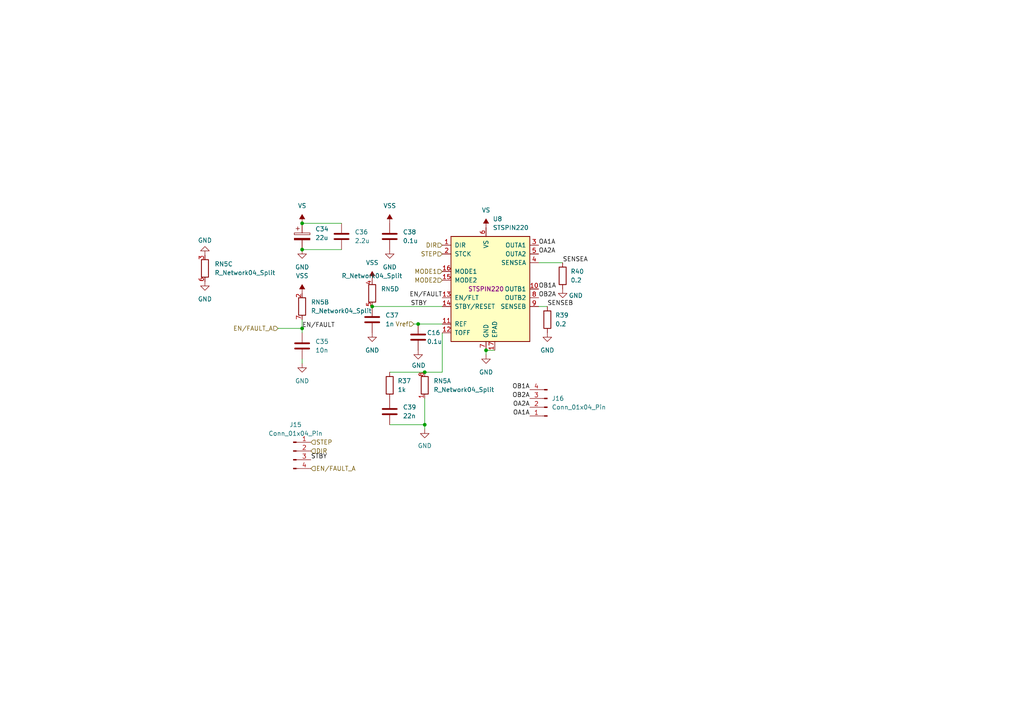
<source format=kicad_sch>
(kicad_sch
	(version 20250114)
	(generator "eeschema")
	(generator_version "9.0")
	(uuid "9e2487b0-346b-434c-8f8c-4d3827cd3b77")
	(paper "A4")
	(lib_symbols
		(symbol "Connector:Conn_01x04_Pin"
			(pin_names
				(offset 1.016)
				(hide yes)
			)
			(exclude_from_sim no)
			(in_bom yes)
			(on_board yes)
			(property "Reference" "J"
				(at 0 5.08 0)
				(effects
					(font
						(size 1.27 1.27)
					)
				)
			)
			(property "Value" "Conn_01x04_Pin"
				(at 0 -7.62 0)
				(effects
					(font
						(size 1.27 1.27)
					)
				)
			)
			(property "Footprint" ""
				(at 0 0 0)
				(effects
					(font
						(size 1.27 1.27)
					)
					(hide yes)
				)
			)
			(property "Datasheet" "~"
				(at 0 0 0)
				(effects
					(font
						(size 1.27 1.27)
					)
					(hide yes)
				)
			)
			(property "Description" "Generic connector, single row, 01x04, script generated"
				(at 0 0 0)
				(effects
					(font
						(size 1.27 1.27)
					)
					(hide yes)
				)
			)
			(property "ki_locked" ""
				(at 0 0 0)
				(effects
					(font
						(size 1.27 1.27)
					)
				)
			)
			(property "ki_keywords" "connector"
				(at 0 0 0)
				(effects
					(font
						(size 1.27 1.27)
					)
					(hide yes)
				)
			)
			(property "ki_fp_filters" "Connector*:*_1x??_*"
				(at 0 0 0)
				(effects
					(font
						(size 1.27 1.27)
					)
					(hide yes)
				)
			)
			(symbol "Conn_01x04_Pin_1_1"
				(rectangle
					(start 0.8636 2.667)
					(end 0 2.413)
					(stroke
						(width 0.1524)
						(type default)
					)
					(fill
						(type outline)
					)
				)
				(rectangle
					(start 0.8636 0.127)
					(end 0 -0.127)
					(stroke
						(width 0.1524)
						(type default)
					)
					(fill
						(type outline)
					)
				)
				(rectangle
					(start 0.8636 -2.413)
					(end 0 -2.667)
					(stroke
						(width 0.1524)
						(type default)
					)
					(fill
						(type outline)
					)
				)
				(rectangle
					(start 0.8636 -4.953)
					(end 0 -5.207)
					(stroke
						(width 0.1524)
						(type default)
					)
					(fill
						(type outline)
					)
				)
				(polyline
					(pts
						(xy 1.27 2.54) (xy 0.8636 2.54)
					)
					(stroke
						(width 0.1524)
						(type default)
					)
					(fill
						(type none)
					)
				)
				(polyline
					(pts
						(xy 1.27 0) (xy 0.8636 0)
					)
					(stroke
						(width 0.1524)
						(type default)
					)
					(fill
						(type none)
					)
				)
				(polyline
					(pts
						(xy 1.27 -2.54) (xy 0.8636 -2.54)
					)
					(stroke
						(width 0.1524)
						(type default)
					)
					(fill
						(type none)
					)
				)
				(polyline
					(pts
						(xy 1.27 -5.08) (xy 0.8636 -5.08)
					)
					(stroke
						(width 0.1524)
						(type default)
					)
					(fill
						(type none)
					)
				)
				(pin passive line
					(at 5.08 2.54 180)
					(length 3.81)
					(name "Pin_1"
						(effects
							(font
								(size 1.27 1.27)
							)
						)
					)
					(number "1"
						(effects
							(font
								(size 1.27 1.27)
							)
						)
					)
				)
				(pin passive line
					(at 5.08 0 180)
					(length 3.81)
					(name "Pin_2"
						(effects
							(font
								(size 1.27 1.27)
							)
						)
					)
					(number "2"
						(effects
							(font
								(size 1.27 1.27)
							)
						)
					)
				)
				(pin passive line
					(at 5.08 -2.54 180)
					(length 3.81)
					(name "Pin_3"
						(effects
							(font
								(size 1.27 1.27)
							)
						)
					)
					(number "3"
						(effects
							(font
								(size 1.27 1.27)
							)
						)
					)
				)
				(pin passive line
					(at 5.08 -5.08 180)
					(length 3.81)
					(name "Pin_4"
						(effects
							(font
								(size 1.27 1.27)
							)
						)
					)
					(number "4"
						(effects
							(font
								(size 1.27 1.27)
							)
						)
					)
				)
			)
			(embedded_fonts no)
		)
		(symbol "Device:C"
			(pin_numbers
				(hide yes)
			)
			(pin_names
				(offset 0.254)
			)
			(exclude_from_sim no)
			(in_bom yes)
			(on_board yes)
			(property "Reference" "C"
				(at 0.635 2.54 0)
				(effects
					(font
						(size 1.27 1.27)
					)
					(justify left)
				)
			)
			(property "Value" "C"
				(at 0.635 -2.54 0)
				(effects
					(font
						(size 1.27 1.27)
					)
					(justify left)
				)
			)
			(property "Footprint" ""
				(at 0.9652 -3.81 0)
				(effects
					(font
						(size 1.27 1.27)
					)
					(hide yes)
				)
			)
			(property "Datasheet" "~"
				(at 0 0 0)
				(effects
					(font
						(size 1.27 1.27)
					)
					(hide yes)
				)
			)
			(property "Description" "Unpolarized capacitor"
				(at 0 0 0)
				(effects
					(font
						(size 1.27 1.27)
					)
					(hide yes)
				)
			)
			(property "ki_keywords" "cap capacitor"
				(at 0 0 0)
				(effects
					(font
						(size 1.27 1.27)
					)
					(hide yes)
				)
			)
			(property "ki_fp_filters" "C_*"
				(at 0 0 0)
				(effects
					(font
						(size 1.27 1.27)
					)
					(hide yes)
				)
			)
			(symbol "C_0_1"
				(polyline
					(pts
						(xy -2.032 0.762) (xy 2.032 0.762)
					)
					(stroke
						(width 0.508)
						(type default)
					)
					(fill
						(type none)
					)
				)
				(polyline
					(pts
						(xy -2.032 -0.762) (xy 2.032 -0.762)
					)
					(stroke
						(width 0.508)
						(type default)
					)
					(fill
						(type none)
					)
				)
			)
			(symbol "C_1_1"
				(pin passive line
					(at 0 3.81 270)
					(length 2.794)
					(name "~"
						(effects
							(font
								(size 1.27 1.27)
							)
						)
					)
					(number "1"
						(effects
							(font
								(size 1.27 1.27)
							)
						)
					)
				)
				(pin passive line
					(at 0 -3.81 90)
					(length 2.794)
					(name "~"
						(effects
							(font
								(size 1.27 1.27)
							)
						)
					)
					(number "2"
						(effects
							(font
								(size 1.27 1.27)
							)
						)
					)
				)
			)
			(embedded_fonts no)
		)
		(symbol "Device:C_Polarized"
			(pin_numbers
				(hide yes)
			)
			(pin_names
				(offset 0.254)
			)
			(exclude_from_sim no)
			(in_bom yes)
			(on_board yes)
			(property "Reference" "C"
				(at 0.635 2.54 0)
				(effects
					(font
						(size 1.27 1.27)
					)
					(justify left)
				)
			)
			(property "Value" "C_Polarized"
				(at 0.635 -2.54 0)
				(effects
					(font
						(size 1.27 1.27)
					)
					(justify left)
				)
			)
			(property "Footprint" ""
				(at 0.9652 -3.81 0)
				(effects
					(font
						(size 1.27 1.27)
					)
					(hide yes)
				)
			)
			(property "Datasheet" "~"
				(at 0 0 0)
				(effects
					(font
						(size 1.27 1.27)
					)
					(hide yes)
				)
			)
			(property "Description" "Polarized capacitor"
				(at 0 0 0)
				(effects
					(font
						(size 1.27 1.27)
					)
					(hide yes)
				)
			)
			(property "ki_keywords" "cap capacitor"
				(at 0 0 0)
				(effects
					(font
						(size 1.27 1.27)
					)
					(hide yes)
				)
			)
			(property "ki_fp_filters" "CP_*"
				(at 0 0 0)
				(effects
					(font
						(size 1.27 1.27)
					)
					(hide yes)
				)
			)
			(symbol "C_Polarized_0_1"
				(rectangle
					(start -2.286 0.508)
					(end 2.286 1.016)
					(stroke
						(width 0)
						(type default)
					)
					(fill
						(type none)
					)
				)
				(polyline
					(pts
						(xy -1.778 2.286) (xy -0.762 2.286)
					)
					(stroke
						(width 0)
						(type default)
					)
					(fill
						(type none)
					)
				)
				(polyline
					(pts
						(xy -1.27 2.794) (xy -1.27 1.778)
					)
					(stroke
						(width 0)
						(type default)
					)
					(fill
						(type none)
					)
				)
				(rectangle
					(start 2.286 -0.508)
					(end -2.286 -1.016)
					(stroke
						(width 0)
						(type default)
					)
					(fill
						(type outline)
					)
				)
			)
			(symbol "C_Polarized_1_1"
				(pin passive line
					(at 0 3.81 270)
					(length 2.794)
					(name "~"
						(effects
							(font
								(size 1.27 1.27)
							)
						)
					)
					(number "1"
						(effects
							(font
								(size 1.27 1.27)
							)
						)
					)
				)
				(pin passive line
					(at 0 -3.81 90)
					(length 2.794)
					(name "~"
						(effects
							(font
								(size 1.27 1.27)
							)
						)
					)
					(number "2"
						(effects
							(font
								(size 1.27 1.27)
							)
						)
					)
				)
			)
			(embedded_fonts no)
		)
		(symbol "Device:R"
			(pin_numbers
				(hide yes)
			)
			(pin_names
				(offset 0)
			)
			(exclude_from_sim no)
			(in_bom yes)
			(on_board yes)
			(property "Reference" "R"
				(at 2.032 0 90)
				(effects
					(font
						(size 1.27 1.27)
					)
				)
			)
			(property "Value" "R"
				(at 0 0 90)
				(effects
					(font
						(size 1.27 1.27)
					)
				)
			)
			(property "Footprint" ""
				(at -1.778 0 90)
				(effects
					(font
						(size 1.27 1.27)
					)
					(hide yes)
				)
			)
			(property "Datasheet" "~"
				(at 0 0 0)
				(effects
					(font
						(size 1.27 1.27)
					)
					(hide yes)
				)
			)
			(property "Description" "Resistor"
				(at 0 0 0)
				(effects
					(font
						(size 1.27 1.27)
					)
					(hide yes)
				)
			)
			(property "ki_keywords" "R res resistor"
				(at 0 0 0)
				(effects
					(font
						(size 1.27 1.27)
					)
					(hide yes)
				)
			)
			(property "ki_fp_filters" "R_*"
				(at 0 0 0)
				(effects
					(font
						(size 1.27 1.27)
					)
					(hide yes)
				)
			)
			(symbol "R_0_1"
				(rectangle
					(start -1.016 -2.54)
					(end 1.016 2.54)
					(stroke
						(width 0.254)
						(type default)
					)
					(fill
						(type none)
					)
				)
			)
			(symbol "R_1_1"
				(pin passive line
					(at 0 3.81 270)
					(length 1.27)
					(name "~"
						(effects
							(font
								(size 1.27 1.27)
							)
						)
					)
					(number "1"
						(effects
							(font
								(size 1.27 1.27)
							)
						)
					)
				)
				(pin passive line
					(at 0 -3.81 90)
					(length 1.27)
					(name "~"
						(effects
							(font
								(size 1.27 1.27)
							)
						)
					)
					(number "2"
						(effects
							(font
								(size 1.27 1.27)
							)
						)
					)
				)
			)
			(embedded_fonts no)
		)
		(symbol "Driver_Motor:STSPIN220"
			(pin_names
				(offset 1.016)
			)
			(exclude_from_sim no)
			(in_bom yes)
			(on_board yes)
			(property "Reference" "U"
				(at -10.16 16.51 0)
				(effects
					(font
						(size 1.27 1.27)
					)
					(justify left)
				)
			)
			(property "Value" "STSPIN220"
				(at 5.08 16.51 0)
				(effects
					(font
						(size 1.27 1.27)
					)
					(justify left)
				)
			)
			(property "Footprint" "Package_DFN_QFN:VQFN-16-1EP_3x3mm_P0.5mm_EP1.8x1.8mm"
				(at 5.08 19.05 0)
				(effects
					(font
						(size 1.27 1.27)
					)
					(justify left)
					(hide yes)
				)
			)
			(property "Datasheet" "www.st.com/resource/en/datasheet/stspin220.pdf"
				(at 3.81 6.35 0)
				(effects
					(font
						(size 1.27 1.27)
					)
					(hide yes)
				)
			)
			(property "Description" "Low voltage stepper motor driver, 1.8V to 10V input, 1.3Arms output, 0.4Ω Rdson per phase (typical), QFN-16 package"
				(at 0 0 0)
				(effects
					(font
						(size 1.27 1.27)
					)
					(hide yes)
				)
			)
			(property "ki_keywords" "motor driver stepper"
				(at 0 0 0)
				(effects
					(font
						(size 1.27 1.27)
					)
					(hide yes)
				)
			)
			(property "ki_fp_filters" "VQFN*1EP*3x3mm*P0.5mm*"
				(at 0 0 0)
				(effects
					(font
						(size 1.27 1.27)
					)
					(hide yes)
				)
			)
			(symbol "STSPIN220_0_1"
				(rectangle
					(start -10.16 15.24)
					(end 12.7 -15.24)
					(stroke
						(width 0.254)
						(type default)
					)
					(fill
						(type background)
					)
				)
			)
			(symbol "STSPIN220_1_1"
				(pin input line
					(at -12.7 12.7 0)
					(length 2.54)
					(name "DIR"
						(effects
							(font
								(size 1.27 1.27)
							)
						)
					)
					(number "1"
						(effects
							(font
								(size 1.27 1.27)
							)
						)
					)
				)
				(pin input line
					(at -12.7 10.16 0)
					(length 2.54)
					(name "STCK"
						(effects
							(font
								(size 1.27 1.27)
							)
						)
					)
					(number "2"
						(effects
							(font
								(size 1.27 1.27)
							)
						)
					)
				)
				(pin input line
					(at -12.7 5.08 0)
					(length 2.54)
					(name "MODE1"
						(effects
							(font
								(size 1.27 1.27)
							)
						)
					)
					(number "16"
						(effects
							(font
								(size 1.27 1.27)
							)
						)
					)
				)
				(pin input line
					(at -12.7 2.54 0)
					(length 2.54)
					(name "MODE2"
						(effects
							(font
								(size 1.27 1.27)
							)
						)
					)
					(number "15"
						(effects
							(font
								(size 1.27 1.27)
							)
						)
					)
				)
				(pin bidirectional line
					(at -12.7 -2.54 0)
					(length 2.54)
					(name "EN/FLT"
						(effects
							(font
								(size 1.27 1.27)
							)
						)
					)
					(number "13"
						(effects
							(font
								(size 1.27 1.27)
							)
						)
					)
				)
				(pin input line
					(at -12.7 -5.08 0)
					(length 2.54)
					(name "STBY/RESET"
						(effects
							(font
								(size 1.27 1.27)
							)
						)
					)
					(number "14"
						(effects
							(font
								(size 1.27 1.27)
							)
						)
					)
				)
				(pin input line
					(at -12.7 -10.16 0)
					(length 2.54)
					(name "REF"
						(effects
							(font
								(size 1.27 1.27)
							)
						)
					)
					(number "11"
						(effects
							(font
								(size 1.27 1.27)
							)
						)
					)
				)
				(pin input line
					(at -12.7 -12.7 0)
					(length 2.54)
					(name "TOFF"
						(effects
							(font
								(size 1.27 1.27)
							)
						)
					)
					(number "12"
						(effects
							(font
								(size 1.27 1.27)
							)
						)
					)
				)
				(pin power_in line
					(at 0 17.78 270)
					(length 2.54)
					(name "VS"
						(effects
							(font
								(size 1.27 1.27)
							)
						)
					)
					(number "6"
						(effects
							(font
								(size 1.27 1.27)
							)
						)
					)
				)
				(pin power_in line
					(at 0 -17.78 90)
					(length 2.54)
					(name "GND"
						(effects
							(font
								(size 1.27 1.27)
							)
						)
					)
					(number "7"
						(effects
							(font
								(size 1.27 1.27)
							)
						)
					)
				)
				(pin power_in line
					(at 2.54 -17.78 90)
					(length 2.54)
					(name "EPAD"
						(effects
							(font
								(size 1.27 1.27)
							)
						)
					)
					(number "17"
						(effects
							(font
								(size 1.27 1.27)
							)
						)
					)
				)
				(pin power_out line
					(at 15.24 12.7 180)
					(length 2.54)
					(name "OUTA1"
						(effects
							(font
								(size 1.27 1.27)
							)
						)
					)
					(number "3"
						(effects
							(font
								(size 1.27 1.27)
							)
						)
					)
				)
				(pin power_out line
					(at 15.24 10.16 180)
					(length 2.54)
					(name "OUTA2"
						(effects
							(font
								(size 1.27 1.27)
							)
						)
					)
					(number "5"
						(effects
							(font
								(size 1.27 1.27)
							)
						)
					)
				)
				(pin power_out line
					(at 15.24 7.62 180)
					(length 2.54)
					(name "SENSEA"
						(effects
							(font
								(size 1.27 1.27)
							)
						)
					)
					(number "4"
						(effects
							(font
								(size 1.27 1.27)
							)
						)
					)
				)
				(pin power_out line
					(at 15.24 0 180)
					(length 2.54)
					(name "OUTB1"
						(effects
							(font
								(size 1.27 1.27)
							)
						)
					)
					(number "10"
						(effects
							(font
								(size 1.27 1.27)
							)
						)
					)
				)
				(pin power_out line
					(at 15.24 -2.54 180)
					(length 2.54)
					(name "OUTB2"
						(effects
							(font
								(size 1.27 1.27)
							)
						)
					)
					(number "8"
						(effects
							(font
								(size 1.27 1.27)
							)
						)
					)
				)
				(pin power_out line
					(at 15.24 -5.08 180)
					(length 2.54)
					(name "SENSEB"
						(effects
							(font
								(size 1.27 1.27)
							)
						)
					)
					(number "9"
						(effects
							(font
								(size 1.27 1.27)
							)
						)
					)
				)
			)
			(embedded_fonts no)
		)
		(symbol "power:GND"
			(power)
			(pin_names
				(offset 0)
			)
			(exclude_from_sim no)
			(in_bom yes)
			(on_board yes)
			(property "Reference" "#PWR"
				(at 0 -6.35 0)
				(effects
					(font
						(size 1.27 1.27)
					)
					(hide yes)
				)
			)
			(property "Value" "GND"
				(at 0 -3.81 0)
				(effects
					(font
						(size 1.27 1.27)
					)
				)
			)
			(property "Footprint" ""
				(at 0 0 0)
				(effects
					(font
						(size 1.27 1.27)
					)
					(hide yes)
				)
			)
			(property "Datasheet" ""
				(at 0 0 0)
				(effects
					(font
						(size 1.27 1.27)
					)
					(hide yes)
				)
			)
			(property "Description" "Power symbol creates a global label with name \"GND\" , ground"
				(at 0 0 0)
				(effects
					(font
						(size 1.27 1.27)
					)
					(hide yes)
				)
			)
			(property "ki_keywords" "global power"
				(at 0 0 0)
				(effects
					(font
						(size 1.27 1.27)
					)
					(hide yes)
				)
			)
			(symbol "GND_0_1"
				(polyline
					(pts
						(xy 0 0) (xy 0 -1.27) (xy 1.27 -1.27) (xy 0 -2.54) (xy -1.27 -1.27) (xy 0 -1.27)
					)
					(stroke
						(width 0)
						(type default)
					)
					(fill
						(type none)
					)
				)
			)
			(symbol "GND_1_1"
				(pin power_in line
					(at 0 0 270)
					(length 0)
					(hide yes)
					(name "GND"
						(effects
							(font
								(size 1.27 1.27)
							)
						)
					)
					(number "1"
						(effects
							(font
								(size 1.27 1.27)
							)
						)
					)
				)
			)
			(embedded_fonts no)
		)
		(symbol "power:VS"
			(power)
			(pin_names
				(offset 0)
			)
			(exclude_from_sim no)
			(in_bom yes)
			(on_board yes)
			(property "Reference" "#PWR"
				(at -5.08 -3.81 0)
				(effects
					(font
						(size 1.27 1.27)
					)
					(hide yes)
				)
			)
			(property "Value" "VS"
				(at 0 3.81 0)
				(effects
					(font
						(size 1.27 1.27)
					)
				)
			)
			(property "Footprint" ""
				(at 0 0 0)
				(effects
					(font
						(size 1.27 1.27)
					)
					(hide yes)
				)
			)
			(property "Datasheet" ""
				(at 0 0 0)
				(effects
					(font
						(size 1.27 1.27)
					)
					(hide yes)
				)
			)
			(property "Description" "Power symbol creates a global label with name \"VS\""
				(at 0 0 0)
				(effects
					(font
						(size 1.27 1.27)
					)
					(hide yes)
				)
			)
			(property "ki_keywords" "global power"
				(at 0 0 0)
				(effects
					(font
						(size 1.27 1.27)
					)
					(hide yes)
				)
			)
			(symbol "VS_0_1"
				(polyline
					(pts
						(xy 0 0) (xy 0 2.54)
					)
					(stroke
						(width 0)
						(type default)
					)
					(fill
						(type none)
					)
				)
				(polyline
					(pts
						(xy 0.762 1.27) (xy -0.762 1.27) (xy 0 2.54) (xy 0.762 1.27)
					)
					(stroke
						(width 0)
						(type default)
					)
					(fill
						(type outline)
					)
				)
			)
			(symbol "VS_1_1"
				(pin power_in line
					(at 0 0 90)
					(length 0)
					(hide yes)
					(name "VS"
						(effects
							(font
								(size 1.27 1.27)
							)
						)
					)
					(number "1"
						(effects
							(font
								(size 1.27 1.27)
							)
						)
					)
				)
			)
			(embedded_fonts no)
		)
		(symbol "power:VSS"
			(power)
			(pin_names
				(offset 0)
			)
			(exclude_from_sim no)
			(in_bom yes)
			(on_board yes)
			(property "Reference" "#PWR"
				(at 0 -3.81 0)
				(effects
					(font
						(size 1.27 1.27)
					)
					(hide yes)
				)
			)
			(property "Value" "VSS"
				(at 0 3.81 0)
				(effects
					(font
						(size 1.27 1.27)
					)
				)
			)
			(property "Footprint" ""
				(at 0 0 0)
				(effects
					(font
						(size 1.27 1.27)
					)
					(hide yes)
				)
			)
			(property "Datasheet" ""
				(at 0 0 0)
				(effects
					(font
						(size 1.27 1.27)
					)
					(hide yes)
				)
			)
			(property "Description" "Power symbol creates a global label with name \"VSS\""
				(at 0 0 0)
				(effects
					(font
						(size 1.27 1.27)
					)
					(hide yes)
				)
			)
			(property "ki_keywords" "global power"
				(at 0 0 0)
				(effects
					(font
						(size 1.27 1.27)
					)
					(hide yes)
				)
			)
			(symbol "VSS_0_1"
				(polyline
					(pts
						(xy 0 0) (xy 0 2.54)
					)
					(stroke
						(width 0)
						(type default)
					)
					(fill
						(type none)
					)
				)
				(polyline
					(pts
						(xy 0.762 1.27) (xy -0.762 1.27) (xy 0 2.54) (xy 0.762 1.27)
					)
					(stroke
						(width 0)
						(type default)
					)
					(fill
						(type outline)
					)
				)
			)
			(symbol "VSS_1_1"
				(pin power_in line
					(at 0 0 90)
					(length 0)
					(hide yes)
					(name "VSS"
						(effects
							(font
								(size 1.27 1.27)
							)
						)
					)
					(number "1"
						(effects
							(font
								(size 1.27 1.27)
							)
						)
					)
				)
			)
			(embedded_fonts no)
		)
		(symbol "vcnt2020:R_Network04_Split"
			(pin_names
				(offset 0)
				(hide yes)
			)
			(exclude_from_sim no)
			(in_bom yes)
			(on_board yes)
			(property "Reference" "RN"
				(at 2.032 0 90)
				(effects
					(font
						(size 1.27 1.27)
					)
				)
			)
			(property "Value" "R_Network04_Split"
				(at 3.81 0 90)
				(effects
					(font
						(size 1.27 1.27)
					)
				)
			)
			(property "Footprint" "Resistor_SMD:R_Array_Convex_4x0603"
				(at -2.032 0 90)
				(effects
					(font
						(size 1.27 1.27)
					)
					(hide yes)
				)
			)
			(property "Datasheet" ""
				(at 0 0 0)
				(effects
					(font
						(size 1.27 1.27)
					)
					(hide yes)
				)
			)
			(property "Description" "4 resistor network, star topology, bussed resistors, split"
				(at 0 0 0)
				(effects
					(font
						(size 1.27 1.27)
					)
					(hide yes)
				)
			)
			(property "ki_keywords" "R network star-topology"
				(at 0 0 0)
				(effects
					(font
						(size 1.27 1.27)
					)
					(hide yes)
				)
			)
			(property "ki_fp_filters" "R?Array?SIP*"
				(at 0 0 0)
				(effects
					(font
						(size 1.27 1.27)
					)
					(hide yes)
				)
			)
			(symbol "R_Network04_Split_0_1"
				(rectangle
					(start -1.016 2.54)
					(end 1.016 -2.54)
					(stroke
						(width 0.254)
						(type default)
					)
					(fill
						(type none)
					)
				)
			)
			(symbol "R_Network04_Split_1_1"
				(pin passive line
					(at 0 3.81 270)
					(length 1.27)
					(name ""
						(effects
							(font
								(size 1.27 1.27)
							)
						)
					)
					(number "1"
						(effects
							(font
								(size 1.27 1.27)
							)
						)
					)
				)
				(pin passive line
					(at 0 -3.81 90)
					(length 1.27)
					(name ""
						(effects
							(font
								(size 1.27 1.27)
							)
						)
					)
					(number "8"
						(effects
							(font
								(size 1.27 1.27)
							)
						)
					)
				)
			)
			(symbol "R_Network04_Split_2_1"
				(pin passive line
					(at 0 3.81 270)
					(length 1.27)
					(name ""
						(effects
							(font
								(size 1.27 1.27)
							)
						)
					)
					(number "2"
						(effects
							(font
								(size 1.27 1.27)
							)
						)
					)
				)
				(pin passive line
					(at 0 -3.81 90)
					(length 1.27)
					(name ""
						(effects
							(font
								(size 1.27 1.27)
							)
						)
					)
					(number "7"
						(effects
							(font
								(size 1.27 1.27)
							)
						)
					)
				)
			)
			(symbol "R_Network04_Split_3_1"
				(pin passive line
					(at 0 3.81 270)
					(length 1.27)
					(name ""
						(effects
							(font
								(size 1.27 1.27)
							)
						)
					)
					(number "3"
						(effects
							(font
								(size 1.27 1.27)
							)
						)
					)
				)
				(pin passive line
					(at 0 -3.81 90)
					(length 1.27)
					(name ""
						(effects
							(font
								(size 1.27 1.27)
							)
						)
					)
					(number "6"
						(effects
							(font
								(size 1.27 1.27)
							)
						)
					)
				)
			)
			(symbol "R_Network04_Split_4_1"
				(pin passive line
					(at 0 3.81 270)
					(length 1.27)
					(name ""
						(effects
							(font
								(size 1.27 1.27)
							)
						)
					)
					(number "4"
						(effects
							(font
								(size 1.27 1.27)
							)
						)
					)
				)
				(pin passive line
					(at 0 -3.81 90)
					(length 1.27)
					(name ""
						(effects
							(font
								(size 1.27 1.27)
							)
						)
					)
					(number "5"
						(effects
							(font
								(size 1.27 1.27)
							)
						)
					)
				)
			)
			(embedded_fonts no)
		)
	)
	(junction
		(at 123.19 123.19)
		(diameter 0)
		(color 0 0 0 0)
		(uuid "1b032fdf-ed05-4eab-a8ba-2f8d95761ea4")
	)
	(junction
		(at 87.63 72.39)
		(diameter 0)
		(color 0 0 0 0)
		(uuid "3c52930f-4511-45f9-8829-ee330846ddad")
	)
	(junction
		(at 87.63 64.77)
		(diameter 0)
		(color 0 0 0 0)
		(uuid "46c77ebe-abf0-4120-9b17-b8db180c93f3")
	)
	(junction
		(at 123.19 107.95)
		(diameter 0)
		(color 0 0 0 0)
		(uuid "765bf88e-b16d-494b-ae81-cb889d1aa5ae")
	)
	(junction
		(at 107.95 88.9)
		(diameter 0)
		(color 0 0 0 0)
		(uuid "9102ac36-db09-4661-a7e5-215516ecb52b")
	)
	(junction
		(at 87.63 95.25)
		(diameter 0)
		(color 0 0 0 0)
		(uuid "9bfbed53-d8c7-4532-9fbe-3c68cf620292")
	)
	(junction
		(at 140.97 101.6)
		(diameter 0)
		(color 0 0 0 0)
		(uuid "b6300bf3-b593-46d4-9585-cfa2e9e26bb5")
	)
	(junction
		(at 121.285 93.98)
		(diameter 0)
		(color 0 0 0 0)
		(uuid "f6d0e309-5e07-4d60-95f8-5dd376572a4f")
	)
	(wire
		(pts
			(xy 123.19 123.19) (xy 113.03 123.19)
		)
		(stroke
			(width 0)
			(type default)
		)
		(uuid "0680fa51-a01d-46ad-845c-8674db592333")
	)
	(wire
		(pts
			(xy 140.97 101.6) (xy 143.51 101.6)
		)
		(stroke
			(width 0)
			(type default)
		)
		(uuid "31890950-7f63-432e-a7d1-5cd06875163a")
	)
	(wire
		(pts
			(xy 87.63 72.39) (xy 99.06 72.39)
		)
		(stroke
			(width 0)
			(type default)
		)
		(uuid "35cd4653-17d8-4482-9674-7fc3a9717a90")
	)
	(wire
		(pts
			(xy 113.03 107.95) (xy 123.19 107.95)
		)
		(stroke
			(width 0)
			(type default)
		)
		(uuid "3a2374cf-bc78-4294-8a4e-009b0c10119c")
	)
	(wire
		(pts
			(xy 107.95 88.9) (xy 128.27 88.9)
		)
		(stroke
			(width 0)
			(type default)
		)
		(uuid "3b5b05d4-62b6-4075-830f-141f803f1835")
	)
	(wire
		(pts
			(xy 87.63 64.77) (xy 99.06 64.77)
		)
		(stroke
			(width 0)
			(type default)
		)
		(uuid "4579df1e-e42c-405d-88c8-6d1855cb1267")
	)
	(wire
		(pts
			(xy 158.75 88.9) (xy 156.21 88.9)
		)
		(stroke
			(width 0)
			(type default)
		)
		(uuid "64a63da3-43f5-4ca0-bc07-d94694a85586")
	)
	(wire
		(pts
			(xy 123.19 124.46) (xy 123.19 123.19)
		)
		(stroke
			(width 0)
			(type default)
		)
		(uuid "69824d08-3928-4059-b8f8-d4fb14f3d169")
	)
	(wire
		(pts
			(xy 123.19 115.57) (xy 123.19 123.19)
		)
		(stroke
			(width 0)
			(type default)
		)
		(uuid "8194d5eb-9311-42ef-a9ba-8d9e6c09e185")
	)
	(wire
		(pts
			(xy 120.015 93.98) (xy 121.285 93.98)
		)
		(stroke
			(width 0)
			(type default)
		)
		(uuid "86eaf600-6e7b-4fdc-a8f3-e32e55e5a1cc")
	)
	(wire
		(pts
			(xy 121.285 93.98) (xy 128.27 93.98)
		)
		(stroke
			(width 0)
			(type default)
		)
		(uuid "8799d654-61f2-4df0-9511-c1f7b39b1d89")
	)
	(wire
		(pts
			(xy 163.195 76.2) (xy 156.21 76.2)
		)
		(stroke
			(width 0)
			(type default)
		)
		(uuid "87bfae78-6220-4df2-8268-91261a5af4ec")
	)
	(wire
		(pts
			(xy 87.63 92.71) (xy 87.63 95.25)
		)
		(stroke
			(width 0)
			(type default)
		)
		(uuid "94356d23-d08c-4eea-ac28-4ad79c1caeea")
	)
	(wire
		(pts
			(xy 87.63 104.14) (xy 87.63 105.41)
		)
		(stroke
			(width 0)
			(type default)
		)
		(uuid "a90cded5-e0f7-43d9-b0c1-157753c2abce")
	)
	(wire
		(pts
			(xy 87.63 95.25) (xy 87.63 96.52)
		)
		(stroke
			(width 0)
			(type default)
		)
		(uuid "b17cca0e-09da-47a9-977b-fc78b0b0ca37")
	)
	(wire
		(pts
			(xy 80.645 95.25) (xy 87.63 95.25)
		)
		(stroke
			(width 0)
			(type default)
		)
		(uuid "bdcc88bb-f0ca-4b8e-bb23-d9a2ca7c9a1a")
	)
	(wire
		(pts
			(xy 140.97 101.6) (xy 140.97 102.87)
		)
		(stroke
			(width 0)
			(type default)
		)
		(uuid "bfbf73d6-99ef-4b5c-8076-2086f20825a7")
	)
	(wire
		(pts
			(xy 123.19 107.95) (xy 128.27 107.95)
		)
		(stroke
			(width 0)
			(type default)
		)
		(uuid "c3abca40-2c83-4d04-be46-a8cde3b0b420")
	)
	(wire
		(pts
			(xy 128.27 107.95) (xy 128.27 96.52)
		)
		(stroke
			(width 0)
			(type default)
		)
		(uuid "c4abc6b6-f681-492c-9048-427ed4512f98")
	)
	(label "EN{slash}FAULT"
		(at 128.27 86.36 180)
		(effects
			(font
				(size 1.27 1.27)
			)
			(justify right bottom)
		)
		(uuid "189d3a6b-e5ef-44c1-8725-891b8ec90e33")
	)
	(label "SENSEB"
		(at 158.75 88.9 0)
		(effects
			(font
				(size 1.27 1.27)
			)
			(justify left bottom)
		)
		(uuid "1cd14e91-98cf-4fcc-8ca6-673afbc158ce")
	)
	(label "STBY"
		(at 90.17 133.35 0)
		(effects
			(font
				(size 1.27 1.27)
			)
			(justify left bottom)
		)
		(uuid "3738260b-f3f4-4117-8dac-acf1ceb69985")
	)
	(label "OB1A"
		(at 153.67 113.03 180)
		(effects
			(font
				(size 1.27 1.27)
			)
			(justify right bottom)
		)
		(uuid "38ea1cde-c3dc-4515-b391-126ac2736575")
	)
	(label "OA2A"
		(at 153.67 118.11 180)
		(effects
			(font
				(size 1.27 1.27)
			)
			(justify right bottom)
		)
		(uuid "3c2fb580-2e80-4856-9c4a-f932d1f70eb5")
	)
	(label "EN{slash}FAULT"
		(at 87.63 95.25 0)
		(effects
			(font
				(size 1.27 1.27)
			)
			(justify left bottom)
		)
		(uuid "3c747c41-86dc-41ed-bc49-9f7f8d14c178")
	)
	(label "OB2A"
		(at 156.21 86.36 0)
		(effects
			(font
				(size 1.27 1.27)
			)
			(justify left bottom)
		)
		(uuid "495fa073-919a-4111-beaf-c01deba50310")
	)
	(label "OA1A"
		(at 153.67 120.65 180)
		(effects
			(font
				(size 1.27 1.27)
			)
			(justify right bottom)
		)
		(uuid "63dc3631-49ef-4729-898a-d05c43f6cc93")
	)
	(label "OA2A"
		(at 156.21 73.66 0)
		(effects
			(font
				(size 1.27 1.27)
			)
			(justify left bottom)
		)
		(uuid "6427781f-d88e-48c2-b80e-bb998df713db")
	)
	(label "STBY"
		(at 123.825 88.9 180)
		(effects
			(font
				(size 1.27 1.27)
			)
			(justify right bottom)
		)
		(uuid "84291b60-13ee-4a5d-ac11-eacbda81d5eb")
	)
	(label "OB2A"
		(at 153.67 115.57 180)
		(effects
			(font
				(size 1.27 1.27)
			)
			(justify right bottom)
		)
		(uuid "95fcb651-a6d7-41b1-aace-33a0df3f7787")
	)
	(label "SENSEA"
		(at 163.195 76.2 0)
		(effects
			(font
				(size 1.27 1.27)
			)
			(justify left bottom)
		)
		(uuid "a906e00a-4696-46d6-8cc3-1952ac8146da")
	)
	(label "OA1A"
		(at 156.21 71.12 0)
		(effects
			(font
				(size 1.27 1.27)
			)
			(justify left bottom)
		)
		(uuid "a9f90dd9-02e0-4664-a0dc-a501b617d980")
	)
	(label "OB1A"
		(at 156.21 83.82 0)
		(effects
			(font
				(size 1.27 1.27)
			)
			(justify left bottom)
		)
		(uuid "f426ee5e-261e-40a4-a2d9-790944251c4c")
	)
	(hierarchical_label "Vref"
		(shape input)
		(at 120.015 93.98 180)
		(effects
			(font
				(size 1.27 1.27)
			)
			(justify right)
		)
		(uuid "2a625444-d113-4b36-b826-6a59a8265de0")
	)
	(hierarchical_label "DIR"
		(shape input)
		(at 128.27 71.12 180)
		(effects
			(font
				(size 1.27 1.27)
			)
			(justify right)
		)
		(uuid "3361a2f6-5251-4e94-9d1c-c18ff0d78174")
	)
	(hierarchical_label "MODE2"
		(shape input)
		(at 128.27 81.28 180)
		(effects
			(font
				(size 1.27 1.27)
			)
			(justify right)
		)
		(uuid "38b27796-39cc-428b-8a7f-a8a80e78ea9e")
	)
	(hierarchical_label "STEP"
		(shape input)
		(at 90.17 128.27 0)
		(effects
			(font
				(size 1.27 1.27)
			)
			(justify left)
		)
		(uuid "52e2015f-01da-4f82-bebe-10501ce90c0a")
	)
	(hierarchical_label "MODE1"
		(shape input)
		(at 128.27 78.74 180)
		(effects
			(font
				(size 1.27 1.27)
			)
			(justify right)
		)
		(uuid "9a031c70-8b53-4ae9-bc08-1682b9a72f56")
	)
	(hierarchical_label "EN{slash}FAULT_A"
		(shape input)
		(at 90.17 135.89 0)
		(effects
			(font
				(size 1.27 1.27)
			)
			(justify left)
		)
		(uuid "ab05adf0-243c-4fae-a494-617eb9144bc1")
	)
	(hierarchical_label "STEP"
		(shape input)
		(at 128.27 73.66 180)
		(effects
			(font
				(size 1.27 1.27)
			)
			(justify right)
		)
		(uuid "bbc9c56e-d673-4611-b4ac-275ace193d53")
	)
	(hierarchical_label "DIR"
		(shape input)
		(at 90.17 130.81 0)
		(effects
			(font
				(size 1.27 1.27)
			)
			(justify left)
		)
		(uuid "c7a15a50-c7d9-4ab9-bb5e-4fb6b83768f8")
	)
	(hierarchical_label "EN{slash}FAULT_A"
		(shape input)
		(at 80.645 95.25 180)
		(effects
			(font
				(size 1.27 1.27)
			)
			(justify right)
		)
		(uuid "cebdf61f-9a78-4c40-9982-53a4de67e286")
	)
	(symbol
		(lib_id "vcnt2020:R_Network04_Split")
		(at 107.95 85.09 0)
		(unit 4)
		(exclude_from_sim no)
		(in_bom yes)
		(on_board yes)
		(dnp no)
		(uuid "0560f5df-bc0b-494b-84b9-3df745ca5d3a")
		(property "Reference" "RN2"
			(at 110.49 83.82 0)
			(effects
				(font
					(size 1.27 1.27)
				)
				(justify left)
			)
		)
		(property "Value" "R_Network04_Split"
			(at 99.06 80.01 0)
			(effects
				(font
					(size 1.27 1.27)
				)
				(justify left)
			)
		)
		(property "Footprint" "Resistor_SMD:R_Array_Convex_4x0603"
			(at 105.918 85.09 90)
			(effects
				(font
					(size 1.27 1.27)
				)
				(hide yes)
			)
		)
		(property "Datasheet" ""
			(at 107.95 85.09 0)
			(effects
				(font
					(size 1.27 1.27)
				)
				(hide yes)
			)
		)
		(property "Description" ""
			(at 107.95 85.09 0)
			(effects
				(font
					(size 1.27 1.27)
				)
			)
		)
		(property "Part Number" "WA06X103 JTL"
			(at 107.95 85.09 0)
			(effects
				(font
					(size 1.27 1.27)
				)
				(hide yes)
			)
		)
		(pin "1"
			(uuid "af8a219a-746a-4321-9f1a-55ef1e78dfd6")
		)
		(pin "8"
			(uuid "cb44c399-abdf-435f-a8f0-9929ff5f6a15")
		)
		(pin "2"
			(uuid "44404c26-d1fc-47e1-8a20-4a311ae80fe8")
		)
		(pin "7"
			(uuid "be3f2468-6182-4e0b-a399-a2a8ecaacd9c")
		)
		(pin "3"
			(uuid "ae2b1bc9-9404-49b8-a62d-39b0bbf49782")
		)
		(pin "6"
			(uuid "ccbe97bb-9fa1-4409-8179-71be86ea8006")
		)
		(pin "4"
			(uuid "fb2328da-9b94-482c-9223-2bd5401f6e87")
		)
		(pin "5"
			(uuid "081531e0-a02d-4ff3-a2cf-6d4a5e32e080")
		)
		(instances
			(project "motherboard_MK2"
				(path "/bceb8d1c-00fe-4e0e-aff0-950583b83106/2547442a-491f-472b-9467-a8b75a148bc1"
					(reference "RN5")
					(unit 4)
				)
				(path "/bceb8d1c-00fe-4e0e-aff0-950583b83106/8bb5617f-010b-47df-bf34-dc752a107e87"
					(reference "RN4")
					(unit 4)
				)
				(path "/bceb8d1c-00fe-4e0e-aff0-950583b83106/dfc21a6b-7188-466e-8ace-0d62838013a5"
					(reference "RN2")
					(unit 4)
				)
				(path "/bceb8d1c-00fe-4e0e-aff0-950583b83106/f41b83fc-a4d6-4e0b-8351-99e9c8557e26"
					(reference "RN3")
					(unit 4)
				)
			)
		)
	)
	(symbol
		(lib_id "Driver_Motor:STSPIN220")
		(at 140.97 83.82 0)
		(unit 1)
		(exclude_from_sim no)
		(in_bom yes)
		(on_board yes)
		(dnp no)
		(fields_autoplaced yes)
		(uuid "0b8ae655-ae26-4028-b560-a2fa81a46fd8")
		(property "Reference" "U5"
			(at 142.9259 63.5 0)
			(effects
				(font
					(size 1.27 1.27)
				)
				(justify left)
			)
		)
		(property "Value" "STSPIN220"
			(at 142.9259 66.04 0)
			(effects
				(font
					(size 1.27 1.27)
				)
				(justify left)
			)
		)
		(property "Footprint" "Package_DFN_QFN:VQFN-16-1EP_3x3mm_P0.5mm_EP1.8x1.8mm_ThermalVias"
			(at 146.05 64.77 0)
			(effects
				(font
					(size 1.27 1.27)
				)
				(justify left)
				(hide yes)
			)
		)
		(property "Datasheet" "www.st.com/resource/en/datasheet/stspin220.pdf"
			(at 144.78 77.47 0)
			(effects
				(font
					(size 1.27 1.27)
				)
				(hide yes)
			)
		)
		(property "Description" ""
			(at 140.97 83.82 0)
			(effects
				(font
					(size 1.27 1.27)
				)
			)
		)
		(property "Part Number" "STSPIN220"
			(at 140.97 83.82 0)
			(effects
				(font
					(size 1.27 1.27)
				)
			)
		)
		(pin "1"
			(uuid "07c8460b-de46-41db-a9e1-b75e6de56d80")
		)
		(pin "10"
			(uuid "1401c506-30e0-4a54-90c7-e6b1597c771a")
		)
		(pin "11"
			(uuid "687f9582-3179-44e6-a4ac-9d658a7a28b0")
		)
		(pin "12"
			(uuid "6aa018c6-2d30-42b8-9e28-b2017c3a5042")
		)
		(pin "13"
			(uuid "adbbd25e-8bd6-4101-95fd-265e564fd6e0")
		)
		(pin "14"
			(uuid "39db357a-e10e-403f-a897-58213f2afc68")
		)
		(pin "15"
			(uuid "69fe9703-0115-4bbb-8978-30e1e87373d7")
		)
		(pin "16"
			(uuid "94690810-8cbe-414d-a823-16d6ef59f546")
		)
		(pin "17"
			(uuid "5e57a410-abff-4c5c-8c35-088c9480c7de")
		)
		(pin "2"
			(uuid "db63d99d-bf6f-44ee-8c09-a22e152d568e")
		)
		(pin "3"
			(uuid "89d24303-b4e2-41a6-a67f-e6c709236b31")
		)
		(pin "4"
			(uuid "bf1ca01d-668c-4550-8bf3-b4278406110f")
		)
		(pin "5"
			(uuid "ec156232-492c-4e79-b4e5-a12c3471aeb5")
		)
		(pin "6"
			(uuid "a4ac941b-cc49-459c-b114-c8f620c795a6")
		)
		(pin "7"
			(uuid "6f57676c-665e-48b9-a323-04f0443aecc6")
		)
		(pin "8"
			(uuid "e200cc7b-3c6f-41a2-859e-4dc25373d287")
		)
		(pin "9"
			(uuid "eddd33f2-cc1e-4bf3-9e52-cc5afe786a72")
		)
		(instances
			(project "motherboard_MK2"
				(path "/bceb8d1c-00fe-4e0e-aff0-950583b83106/2547442a-491f-472b-9467-a8b75a148bc1"
					(reference "U8")
					(unit 1)
				)
				(path "/bceb8d1c-00fe-4e0e-aff0-950583b83106/8bb5617f-010b-47df-bf34-dc752a107e87"
					(reference "U7")
					(unit 1)
				)
				(path "/bceb8d1c-00fe-4e0e-aff0-950583b83106/dfc21a6b-7188-466e-8ace-0d62838013a5"
					(reference "U5")
					(unit 1)
				)
				(path "/bceb8d1c-00fe-4e0e-aff0-950583b83106/f41b83fc-a4d6-4e0b-8351-99e9c8557e26"
					(reference "U6")
					(unit 1)
				)
			)
		)
	)
	(symbol
		(lib_id "power:VSS")
		(at 113.03 64.77 0)
		(unit 1)
		(exclude_from_sim no)
		(in_bom yes)
		(on_board yes)
		(dnp no)
		(fields_autoplaced yes)
		(uuid "0d491ee5-e674-4545-8921-67da76a6eb35")
		(property "Reference" "#PWR069"
			(at 113.03 68.58 0)
			(effects
				(font
					(size 1.27 1.27)
				)
				(hide yes)
			)
		)
		(property "Value" "VSS"
			(at 113.03 59.69 0)
			(effects
				(font
					(size 1.27 1.27)
				)
			)
		)
		(property "Footprint" ""
			(at 113.03 64.77 0)
			(effects
				(font
					(size 1.27 1.27)
				)
				(hide yes)
			)
		)
		(property "Datasheet" ""
			(at 113.03 64.77 0)
			(effects
				(font
					(size 1.27 1.27)
				)
				(hide yes)
			)
		)
		(property "Description" ""
			(at 113.03 64.77 0)
			(effects
				(font
					(size 1.27 1.27)
				)
			)
		)
		(pin "1"
			(uuid "7f296d3e-fddd-4798-83a8-1c44b6b19918")
		)
		(instances
			(project "motherboard_MK2"
				(path "/bceb8d1c-00fe-4e0e-aff0-950583b83106/2547442a-491f-472b-9467-a8b75a148bc1"
					(reference "#PWR0108")
					(unit 1)
				)
				(path "/bceb8d1c-00fe-4e0e-aff0-950583b83106/8bb5617f-010b-47df-bf34-dc752a107e87"
					(reference "#PWR095")
					(unit 1)
				)
				(path "/bceb8d1c-00fe-4e0e-aff0-950583b83106/dfc21a6b-7188-466e-8ace-0d62838013a5"
					(reference "#PWR069")
					(unit 1)
				)
				(path "/bceb8d1c-00fe-4e0e-aff0-950583b83106/f41b83fc-a4d6-4e0b-8351-99e9c8557e26"
					(reference "#PWR082")
					(unit 1)
				)
			)
		)
	)
	(symbol
		(lib_id "vcnt2020:R_Network04_Split")
		(at 87.63 88.9 0)
		(unit 2)
		(exclude_from_sim no)
		(in_bom yes)
		(on_board yes)
		(dnp no)
		(fields_autoplaced yes)
		(uuid "1dc2bc41-d118-4f9c-b4b5-6d85e31881e1")
		(property "Reference" "RN2"
			(at 90.17 87.63 0)
			(effects
				(font
					(size 1.27 1.27)
				)
				(justify left)
			)
		)
		(property "Value" "R_Network04_Split"
			(at 90.17 90.17 0)
			(effects
				(font
					(size 1.27 1.27)
				)
				(justify left)
			)
		)
		(property "Footprint" "Resistor_SMD:R_Array_Convex_4x0603"
			(at 85.598 88.9 90)
			(effects
				(font
					(size 1.27 1.27)
				)
				(hide yes)
			)
		)
		(property "Datasheet" ""
			(at 87.63 88.9 0)
			(effects
				(font
					(size 1.27 1.27)
				)
				(hide yes)
			)
		)
		(property "Description" ""
			(at 87.63 88.9 0)
			(effects
				(font
					(size 1.27 1.27)
				)
			)
		)
		(property "Part Number" "WA06X103 JTL"
			(at 87.63 88.9 0)
			(effects
				(font
					(size 1.27 1.27)
				)
				(hide yes)
			)
		)
		(pin "1"
			(uuid "2f765e7d-fb94-4950-b557-ca11076616c7")
		)
		(pin "8"
			(uuid "6e5e5764-b183-40be-b501-4d2000bff442")
		)
		(pin "2"
			(uuid "7ad398b9-3de9-4838-9642-af9f91680ead")
		)
		(pin "7"
			(uuid "334796a7-ea36-473b-9989-a44f60ffabca")
		)
		(pin "3"
			(uuid "38926e63-fb95-4903-930d-c85989eeec5a")
		)
		(pin "6"
			(uuid "5303bc9f-eddf-4270-b0f7-e54f6ae4e171")
		)
		(pin "4"
			(uuid "7d6f44ab-896b-4a54-baa4-31e4e0cf79f2")
		)
		(pin "5"
			(uuid "251a46a1-c46f-4ce9-a5c7-178fb9339b29")
		)
		(instances
			(project "motherboard_MK2"
				(path "/bceb8d1c-00fe-4e0e-aff0-950583b83106/2547442a-491f-472b-9467-a8b75a148bc1"
					(reference "RN5")
					(unit 2)
				)
				(path "/bceb8d1c-00fe-4e0e-aff0-950583b83106/8bb5617f-010b-47df-bf34-dc752a107e87"
					(reference "RN4")
					(unit 2)
				)
				(path "/bceb8d1c-00fe-4e0e-aff0-950583b83106/dfc21a6b-7188-466e-8ace-0d62838013a5"
					(reference "RN2")
					(unit 2)
				)
				(path "/bceb8d1c-00fe-4e0e-aff0-950583b83106/f41b83fc-a4d6-4e0b-8351-99e9c8557e26"
					(reference "RN3")
					(unit 2)
				)
			)
		)
	)
	(symbol
		(lib_id "power:GND")
		(at 59.436 74.041 180)
		(unit 1)
		(exclude_from_sim no)
		(in_bom yes)
		(on_board yes)
		(dnp no)
		(fields_autoplaced yes)
		(uuid "344408fd-e8bc-405d-a2bd-0e3368c9e7f7")
		(property "Reference" "#PWR0134"
			(at 59.436 67.691 0)
			(effects
				(font
					(size 1.27 1.27)
				)
				(hide yes)
			)
		)
		(property "Value" "GND"
			(at 59.436 69.723 0)
			(effects
				(font
					(size 1.27 1.27)
				)
			)
		)
		(property "Footprint" ""
			(at 59.436 74.041 0)
			(effects
				(font
					(size 1.27 1.27)
				)
				(hide yes)
			)
		)
		(property "Datasheet" ""
			(at 59.436 74.041 0)
			(effects
				(font
					(size 1.27 1.27)
				)
				(hide yes)
			)
		)
		(property "Description" ""
			(at 59.436 74.041 0)
			(effects
				(font
					(size 1.27 1.27)
				)
			)
		)
		(pin "1"
			(uuid "4e6d104c-dfe0-495e-9255-73940394db6a")
		)
		(instances
			(project "Motherboard_V2"
				(path "/63717e7a-be8e-4a57-9af4-4e0a129b4cd6"
					(reference "#PWR046")
					(unit 1)
				)
			)
			(project "motherboard_MK2"
				(path "/bceb8d1c-00fe-4e0e-aff0-950583b83106/2547442a-491f-472b-9467-a8b75a148bc1"
					(reference "#PWR0138")
					(unit 1)
				)
				(path "/bceb8d1c-00fe-4e0e-aff0-950583b83106/8bb5617f-010b-47df-bf34-dc752a107e87"
					(reference "#PWR0137")
					(unit 1)
				)
				(path "/bceb8d1c-00fe-4e0e-aff0-950583b83106/dfc21a6b-7188-466e-8ace-0d62838013a5"
					(reference "#PWR0134")
					(unit 1)
				)
				(path "/bceb8d1c-00fe-4e0e-aff0-950583b83106/f41b83fc-a4d6-4e0b-8351-99e9c8557e26"
					(reference "#PWR0135")
					(unit 1)
				)
			)
		)
	)
	(symbol
		(lib_id "power:GND")
		(at 87.63 105.41 0)
		(unit 1)
		(exclude_from_sim no)
		(in_bom yes)
		(on_board yes)
		(dnp no)
		(fields_autoplaced yes)
		(uuid "3be1b2c4-962e-4790-9c57-13021a200531")
		(property "Reference" "#PWR065"
			(at 87.63 111.76 0)
			(effects
				(font
					(size 1.27 1.27)
				)
				(hide yes)
			)
		)
		(property "Value" "GND"
			(at 87.63 110.49 0)
			(effects
				(font
					(size 1.27 1.27)
				)
			)
		)
		(property "Footprint" ""
			(at 87.63 105.41 0)
			(effects
				(font
					(size 1.27 1.27)
				)
				(hide yes)
			)
		)
		(property "Datasheet" ""
			(at 87.63 105.41 0)
			(effects
				(font
					(size 1.27 1.27)
				)
				(hide yes)
			)
		)
		(property "Description" ""
			(at 87.63 105.41 0)
			(effects
				(font
					(size 1.27 1.27)
				)
			)
		)
		(pin "1"
			(uuid "1de5f774-2dae-4874-a561-e88a44ef71c1")
		)
		(instances
			(project "Motherboard_V2"
				(path "/63717e7a-be8e-4a57-9af4-4e0a129b4cd6"
					(reference "#PWR046")
					(unit 1)
				)
			)
			(project "motherboard_MK2"
				(path "/bceb8d1c-00fe-4e0e-aff0-950583b83106/2547442a-491f-472b-9467-a8b75a148bc1"
					(reference "#PWR0105")
					(unit 1)
				)
				(path "/bceb8d1c-00fe-4e0e-aff0-950583b83106/8bb5617f-010b-47df-bf34-dc752a107e87"
					(reference "#PWR092")
					(unit 1)
				)
				(path "/bceb8d1c-00fe-4e0e-aff0-950583b83106/dfc21a6b-7188-466e-8ace-0d62838013a5"
					(reference "#PWR065")
					(unit 1)
				)
				(path "/bceb8d1c-00fe-4e0e-aff0-950583b83106/f41b83fc-a4d6-4e0b-8351-99e9c8557e26"
					(reference "#PWR079")
					(unit 1)
				)
			)
		)
	)
	(symbol
		(lib_id "power:GND")
		(at 87.63 72.39 0)
		(unit 1)
		(exclude_from_sim no)
		(in_bom yes)
		(on_board yes)
		(dnp no)
		(fields_autoplaced yes)
		(uuid "4bf1a590-3e9e-477a-a53b-33b750346036")
		(property "Reference" "#PWR063"
			(at 87.63 78.74 0)
			(effects
				(font
					(size 1.27 1.27)
				)
				(hide yes)
			)
		)
		(property "Value" "GND"
			(at 87.63 77.47 0)
			(effects
				(font
					(size 1.27 1.27)
				)
			)
		)
		(property "Footprint" ""
			(at 87.63 72.39 0)
			(effects
				(font
					(size 1.27 1.27)
				)
				(hide yes)
			)
		)
		(property "Datasheet" ""
			(at 87.63 72.39 0)
			(effects
				(font
					(size 1.27 1.27)
				)
				(hide yes)
			)
		)
		(property "Description" ""
			(at 87.63 72.39 0)
			(effects
				(font
					(size 1.27 1.27)
				)
			)
		)
		(pin "1"
			(uuid "4ddb95f8-cf1b-43bc-a687-ab2a5b60ec04")
		)
		(instances
			(project "Motherboard_V2"
				(path "/63717e7a-be8e-4a57-9af4-4e0a129b4cd6"
					(reference "#PWR046")
					(unit 1)
				)
			)
			(project "motherboard_MK2"
				(path "/bceb8d1c-00fe-4e0e-aff0-950583b83106/2547442a-491f-472b-9467-a8b75a148bc1"
					(reference "#PWR0103")
					(unit 1)
				)
				(path "/bceb8d1c-00fe-4e0e-aff0-950583b83106/8bb5617f-010b-47df-bf34-dc752a107e87"
					(reference "#PWR090")
					(unit 1)
				)
				(path "/bceb8d1c-00fe-4e0e-aff0-950583b83106/dfc21a6b-7188-466e-8ace-0d62838013a5"
					(reference "#PWR063")
					(unit 1)
				)
				(path "/bceb8d1c-00fe-4e0e-aff0-950583b83106/f41b83fc-a4d6-4e0b-8351-99e9c8557e26"
					(reference "#PWR077")
					(unit 1)
				)
			)
		)
	)
	(symbol
		(lib_id "power:VS")
		(at 140.97 66.04 0)
		(unit 1)
		(exclude_from_sim no)
		(in_bom yes)
		(on_board yes)
		(dnp no)
		(fields_autoplaced yes)
		(uuid "611b5223-6b8d-414e-bf67-bc7b2172019e")
		(property "Reference" "#PWR072"
			(at 135.89 69.85 0)
			(effects
				(font
					(size 1.27 1.27)
				)
				(hide yes)
			)
		)
		(property "Value" "VS"
			(at 140.97 60.96 0)
			(effects
				(font
					(size 1.27 1.27)
				)
			)
		)
		(property "Footprint" ""
			(at 140.97 66.04 0)
			(effects
				(font
					(size 1.27 1.27)
				)
				(hide yes)
			)
		)
		(property "Datasheet" ""
			(at 140.97 66.04 0)
			(effects
				(font
					(size 1.27 1.27)
				)
				(hide yes)
			)
		)
		(property "Description" ""
			(at 140.97 66.04 0)
			(effects
				(font
					(size 1.27 1.27)
				)
			)
		)
		(pin "1"
			(uuid "9fa58404-fb11-403f-a265-25ae470c4a6c")
		)
		(instances
			(project "motherboard_MK2"
				(path "/bceb8d1c-00fe-4e0e-aff0-950583b83106/2547442a-491f-472b-9467-a8b75a148bc1"
					(reference "#PWR0111")
					(unit 1)
				)
				(path "/bceb8d1c-00fe-4e0e-aff0-950583b83106/8bb5617f-010b-47df-bf34-dc752a107e87"
					(reference "#PWR098")
					(unit 1)
				)
				(path "/bceb8d1c-00fe-4e0e-aff0-950583b83106/dfc21a6b-7188-466e-8ace-0d62838013a5"
					(reference "#PWR072")
					(unit 1)
				)
				(path "/bceb8d1c-00fe-4e0e-aff0-950583b83106/f41b83fc-a4d6-4e0b-8351-99e9c8557e26"
					(reference "#PWR085")
					(unit 1)
				)
			)
		)
	)
	(symbol
		(lib_id "Device:R")
		(at 163.195 80.01 0)
		(unit 1)
		(exclude_from_sim no)
		(in_bom yes)
		(on_board yes)
		(dnp no)
		(fields_autoplaced yes)
		(uuid "670a261e-2e8b-4441-8ac7-0a4d68987a5b")
		(property "Reference" "R22"
			(at 165.481 78.74 0)
			(effects
				(font
					(size 1.27 1.27)
				)
				(justify left)
			)
		)
		(property "Value" "0.2"
			(at 165.481 81.28 0)
			(effects
				(font
					(size 1.27 1.27)
				)
				(justify left)
			)
		)
		(property "Footprint" "Resistor_SMD:R_0805_2012Metric"
			(at 161.417 80.01 90)
			(effects
				(font
					(size 1.27 1.27)
				)
				(hide yes)
			)
		)
		(property "Datasheet" "~"
			(at 163.195 80.01 0)
			(effects
				(font
					(size 1.27 1.27)
				)
				(hide yes)
			)
		)
		(property "Description" ""
			(at 163.195 80.01 0)
			(effects
				(font
					(size 1.27 1.27)
				)
			)
		)
		(property "Part Number" "WW08WR200FTL"
			(at 163.195 80.01 0)
			(effects
				(font
					(size 1.27 1.27)
				)
				(hide yes)
			)
		)
		(pin "1"
			(uuid "74ac4952-f72f-4c48-8e62-826daf4fdd96")
		)
		(pin "2"
			(uuid "d95c35b0-b66c-46b9-8ecc-61de56a28a57")
		)
		(instances
			(project "motherboard_MK2"
				(path "/bceb8d1c-00fe-4e0e-aff0-950583b83106/2547442a-491f-472b-9467-a8b75a148bc1"
					(reference "R40")
					(unit 1)
				)
				(path "/bceb8d1c-00fe-4e0e-aff0-950583b83106/8bb5617f-010b-47df-bf34-dc752a107e87"
					(reference "R34")
					(unit 1)
				)
				(path "/bceb8d1c-00fe-4e0e-aff0-950583b83106/dfc21a6b-7188-466e-8ace-0d62838013a5"
					(reference "R22")
					(unit 1)
				)
				(path "/bceb8d1c-00fe-4e0e-aff0-950583b83106/f41b83fc-a4d6-4e0b-8351-99e9c8557e26"
					(reference "R28")
					(unit 1)
				)
			)
		)
	)
	(symbol
		(lib_id "vcnt2020:R_Network04_Split")
		(at 123.19 111.76 180)
		(unit 1)
		(exclude_from_sim no)
		(in_bom yes)
		(on_board yes)
		(dnp no)
		(fields_autoplaced yes)
		(uuid "6856b1fe-826a-464c-8ef7-64ac24955b3b")
		(property "Reference" "RN2"
			(at 125.73 110.49 0)
			(effects
				(font
					(size 1.27 1.27)
				)
				(justify right)
			)
		)
		(property "Value" "R_Network04_Split"
			(at 125.73 113.03 0)
			(effects
				(font
					(size 1.27 1.27)
				)
				(justify right)
			)
		)
		(property "Footprint" "Resistor_SMD:R_Array_Convex_4x0603"
			(at 125.222 111.76 90)
			(effects
				(font
					(size 1.27 1.27)
				)
				(hide yes)
			)
		)
		(property "Datasheet" ""
			(at 123.19 111.76 0)
			(effects
				(font
					(size 1.27 1.27)
				)
				(hide yes)
			)
		)
		(property "Description" ""
			(at 123.19 111.76 0)
			(effects
				(font
					(size 1.27 1.27)
				)
			)
		)
		(property "Part Number" "WA06X103 JTL"
			(at 123.19 111.76 0)
			(effects
				(font
					(size 1.27 1.27)
				)
				(hide yes)
			)
		)
		(pin "1"
			(uuid "b07ad9ab-ff87-491c-bde6-4f681bc9c042")
		)
		(pin "8"
			(uuid "917f0bd4-fa94-4545-989c-82b85b4d2bd2")
		)
		(pin "2"
			(uuid "996fa6fe-7120-4026-a9ff-6104cc79880c")
		)
		(pin "7"
			(uuid "01a53362-37e5-419e-bfa0-dd4160ee0d43")
		)
		(pin "3"
			(uuid "8c8c9704-f680-4dd6-b953-7ca5ceb75b3c")
		)
		(pin "6"
			(uuid "2a048833-714d-41cc-81d8-da22e626663c")
		)
		(pin "4"
			(uuid "2bd9bfc9-c023-4f31-8a78-babaee55cda2")
		)
		(pin "5"
			(uuid "ca1877ea-1c91-466e-ad93-214fc6ed4b26")
		)
		(instances
			(project "motherboard_MK2"
				(path "/bceb8d1c-00fe-4e0e-aff0-950583b83106/2547442a-491f-472b-9467-a8b75a148bc1"
					(reference "RN5")
					(unit 1)
				)
				(path "/bceb8d1c-00fe-4e0e-aff0-950583b83106/8bb5617f-010b-47df-bf34-dc752a107e87"
					(reference "RN4")
					(unit 1)
				)
				(path "/bceb8d1c-00fe-4e0e-aff0-950583b83106/dfc21a6b-7188-466e-8ace-0d62838013a5"
					(reference "RN2")
					(unit 1)
				)
				(path "/bceb8d1c-00fe-4e0e-aff0-950583b83106/f41b83fc-a4d6-4e0b-8351-99e9c8557e26"
					(reference "RN3")
					(unit 1)
				)
			)
		)
	)
	(symbol
		(lib_id "Device:C")
		(at 113.03 119.38 0)
		(unit 1)
		(exclude_from_sim no)
		(in_bom yes)
		(on_board yes)
		(dnp no)
		(fields_autoplaced yes)
		(uuid "6d0f77c5-0b79-430c-909d-c339f97bf805")
		(property "Reference" "C21"
			(at 116.84 118.11 0)
			(effects
				(font
					(size 1.27 1.27)
				)
				(justify left)
			)
		)
		(property "Value" "22n"
			(at 116.84 120.65 0)
			(effects
				(font
					(size 1.27 1.27)
				)
				(justify left)
			)
		)
		(property "Footprint" "Capacitor_SMD:C_0603_1608Metric"
			(at 113.9952 123.19 0)
			(effects
				(font
					(size 1.27 1.27)
				)
				(hide yes)
			)
		)
		(property "Datasheet" "~"
			(at 113.03 119.38 0)
			(effects
				(font
					(size 1.27 1.27)
				)
				(hide yes)
			)
		)
		(property "Description" ""
			(at 113.03 119.38 0)
			(effects
				(font
					(size 1.27 1.27)
				)
			)
		)
		(property "Part Number" "KGM15AR71C222KT"
			(at 113.03 119.38 0)
			(effects
				(font
					(size 1.27 1.27)
				)
				(hide yes)
			)
		)
		(pin "1"
			(uuid "88cac5d6-a2c8-4df1-99bc-5faec20e9846")
		)
		(pin "2"
			(uuid "42d1d65a-c584-4116-b928-b07439c6ade2")
		)
		(instances
			(project "motherboard_MK2"
				(path "/bceb8d1c-00fe-4e0e-aff0-950583b83106/2547442a-491f-472b-9467-a8b75a148bc1"
					(reference "C39")
					(unit 1)
				)
				(path "/bceb8d1c-00fe-4e0e-aff0-950583b83106/8bb5617f-010b-47df-bf34-dc752a107e87"
					(reference "C33")
					(unit 1)
				)
				(path "/bceb8d1c-00fe-4e0e-aff0-950583b83106/dfc21a6b-7188-466e-8ace-0d62838013a5"
					(reference "C21")
					(unit 1)
				)
				(path "/bceb8d1c-00fe-4e0e-aff0-950583b83106/f41b83fc-a4d6-4e0b-8351-99e9c8557e26"
					(reference "C27")
					(unit 1)
				)
			)
		)
	)
	(symbol
		(lib_id "Device:C")
		(at 99.06 68.58 0)
		(unit 1)
		(exclude_from_sim no)
		(in_bom yes)
		(on_board yes)
		(dnp no)
		(fields_autoplaced yes)
		(uuid "7f5970f8-b341-4afd-b31e-84113642a577")
		(property "Reference" "C18"
			(at 102.87 67.31 0)
			(effects
				(font
					(size 1.27 1.27)
				)
				(justify left)
			)
		)
		(property "Value" "2.2u"
			(at 102.87 69.85 0)
			(effects
				(font
					(size 1.27 1.27)
				)
				(justify left)
			)
		)
		(property "Footprint" "Capacitor_SMD:C_0603_1608Metric"
			(at 100.0252 72.39 0)
			(effects
				(font
					(size 1.27 1.27)
				)
				(hide yes)
			)
		)
		(property "Datasheet" "~"
			(at 99.06 68.58 0)
			(effects
				(font
					(size 1.27 1.27)
				)
				(hide yes)
			)
		)
		(property "Description" ""
			(at 99.06 68.58 0)
			(effects
				(font
					(size 1.27 1.27)
				)
			)
		)
		(property "Part Number" "CL10A225KO8NNNC"
			(at 99.06 68.58 0)
			(effects
				(font
					(size 1.27 1.27)
				)
				(hide yes)
			)
		)
		(pin "1"
			(uuid "18c6d860-8f96-4468-bcb3-8a8800f5c05d")
		)
		(pin "2"
			(uuid "00b298f3-68e5-49e7-8430-af3898cb8d79")
		)
		(instances
			(project "motherboard_MK2"
				(path "/bceb8d1c-00fe-4e0e-aff0-950583b83106/2547442a-491f-472b-9467-a8b75a148bc1"
					(reference "C36")
					(unit 1)
				)
				(path "/bceb8d1c-00fe-4e0e-aff0-950583b83106/8bb5617f-010b-47df-bf34-dc752a107e87"
					(reference "C30")
					(unit 1)
				)
				(path "/bceb8d1c-00fe-4e0e-aff0-950583b83106/dfc21a6b-7188-466e-8ace-0d62838013a5"
					(reference "C18")
					(unit 1)
				)
				(path "/bceb8d1c-00fe-4e0e-aff0-950583b83106/f41b83fc-a4d6-4e0b-8351-99e9c8557e26"
					(reference "C24")
					(unit 1)
				)
			)
		)
	)
	(symbol
		(lib_id "vcnt2020:R_Network04_Split")
		(at 59.436 77.851 0)
		(unit 3)
		(exclude_from_sim no)
		(in_bom yes)
		(on_board yes)
		(dnp no)
		(fields_autoplaced yes)
		(uuid "829287c2-a184-478e-972a-43d78b67fbcc")
		(property "Reference" "RN2"
			(at 62.23 76.581 0)
			(effects
				(font
					(size 1.27 1.27)
				)
				(justify left)
			)
		)
		(property "Value" "R_Network04_Split"
			(at 62.23 79.121 0)
			(effects
				(font
					(size 1.27 1.27)
				)
				(justify left)
			)
		)
		(property "Footprint" "Resistor_SMD:R_Array_Convex_4x0603"
			(at 57.404 77.851 90)
			(effects
				(font
					(size 1.27 1.27)
				)
				(hide yes)
			)
		)
		(property "Datasheet" ""
			(at 59.436 77.851 0)
			(effects
				(font
					(size 1.27 1.27)
				)
				(hide yes)
			)
		)
		(property "Description" ""
			(at 59.436 77.851 0)
			(effects
				(font
					(size 1.27 1.27)
				)
			)
		)
		(property "Part Number" "WA06X103 JTL"
			(at 59.436 77.851 0)
			(effects
				(font
					(size 1.27 1.27)
				)
				(hide yes)
			)
		)
		(pin "1"
			(uuid "2f765e7d-fb94-4950-b557-ca11076616c8")
		)
		(pin "8"
			(uuid "6e5e5764-b183-40be-b501-4d2000bff443")
		)
		(pin "2"
			(uuid "36357817-f470-4b52-ba44-13c8a72c2b08")
		)
		(pin "7"
			(uuid "39a581c6-84a6-4cab-ab1e-5e8fca0c1a0f")
		)
		(pin "3"
			(uuid "38926e63-fb95-4903-930d-c85989eeec5b")
		)
		(pin "6"
			(uuid "5303bc9f-eddf-4270-b0f7-e54f6ae4e172")
		)
		(pin "4"
			(uuid "7d6f44ab-896b-4a54-baa4-31e4e0cf79f3")
		)
		(pin "5"
			(uuid "251a46a1-c46f-4ce9-a5c7-178fb9339b2a")
		)
		(instances
			(project "motherboard_MK2"
				(path "/bceb8d1c-00fe-4e0e-aff0-950583b83106/2547442a-491f-472b-9467-a8b75a148bc1"
					(reference "RN5")
					(unit 3)
				)
				(path "/bceb8d1c-00fe-4e0e-aff0-950583b83106/8bb5617f-010b-47df-bf34-dc752a107e87"
					(reference "RN4")
					(unit 3)
				)
				(path "/bceb8d1c-00fe-4e0e-aff0-950583b83106/dfc21a6b-7188-466e-8ace-0d62838013a5"
					(reference "RN2")
					(unit 3)
				)
				(path "/bceb8d1c-00fe-4e0e-aff0-950583b83106/f41b83fc-a4d6-4e0b-8351-99e9c8557e26"
					(reference "RN3")
					(unit 3)
				)
			)
		)
	)
	(symbol
		(lib_id "Connector:Conn_01x04_Pin")
		(at 158.75 118.11 180)
		(unit 1)
		(exclude_from_sim no)
		(in_bom yes)
		(on_board yes)
		(dnp no)
		(fields_autoplaced yes)
		(uuid "876e7cfd-cc91-4947-b302-b328c1d31fd9")
		(property "Reference" "J10"
			(at 160.02 115.57 0)
			(effects
				(font
					(size 1.27 1.27)
				)
				(justify right)
			)
		)
		(property "Value" "Conn_01x04_Pin"
			(at 160.02 118.11 0)
			(effects
				(font
					(size 1.27 1.27)
				)
				(justify right)
			)
		)
		(property "Footprint" "Connector_Molex:Molex_PicoBlade_53048-0410_1x04_P1.25mm_Horizontal"
			(at 158.75 118.11 0)
			(effects
				(font
					(size 1.27 1.27)
				)
				(hide yes)
			)
		)
		(property "Datasheet" "~"
			(at 158.75 118.11 0)
			(effects
				(font
					(size 1.27 1.27)
				)
				(hide yes)
			)
		)
		(property "Description" ""
			(at 158.75 118.11 0)
			(effects
				(font
					(size 1.27 1.27)
				)
			)
		)
		(property "Part Number" "53048-0410"
			(at 158.75 118.11 0)
			(effects
				(font
					(size 1.27 1.27)
				)
				(hide yes)
			)
		)
		(pin "1"
			(uuid "62ed551f-a7df-400c-a46f-c63c3eedd317")
		)
		(pin "2"
			(uuid "b9a79e60-381c-4166-a881-a5e09d1b7a75")
		)
		(pin "3"
			(uuid "bc904127-4a80-4ca7-89c3-a6a85c030a8d")
		)
		(pin "4"
			(uuid "c37ccd50-ee6f-4be4-aca0-6dd5cc98b19d")
		)
		(instances
			(project "motherboard_MK2"
				(path "/bceb8d1c-00fe-4e0e-aff0-950583b83106/2547442a-491f-472b-9467-a8b75a148bc1"
					(reference "J16")
					(unit 1)
				)
				(path "/bceb8d1c-00fe-4e0e-aff0-950583b83106/8bb5617f-010b-47df-bf34-dc752a107e87"
					(reference "J14")
					(unit 1)
				)
				(path "/bceb8d1c-00fe-4e0e-aff0-950583b83106/dfc21a6b-7188-466e-8ace-0d62838013a5"
					(reference "J10")
					(unit 1)
				)
				(path "/bceb8d1c-00fe-4e0e-aff0-950583b83106/f41b83fc-a4d6-4e0b-8351-99e9c8557e26"
					(reference "J12")
					(unit 1)
				)
			)
		)
	)
	(symbol
		(lib_id "Device:C")
		(at 87.63 100.33 0)
		(unit 1)
		(exclude_from_sim no)
		(in_bom yes)
		(on_board yes)
		(dnp no)
		(fields_autoplaced yes)
		(uuid "8f25d113-9c80-4ecf-acff-6b61532cfef5")
		(property "Reference" "C17"
			(at 91.44 99.06 0)
			(effects
				(font
					(size 1.27 1.27)
				)
				(justify left)
			)
		)
		(property "Value" "10n"
			(at 91.44 101.6 0)
			(effects
				(font
					(size 1.27 1.27)
				)
				(justify left)
			)
		)
		(property "Footprint" "Capacitor_SMD:C_0603_1608Metric"
			(at 88.5952 104.14 0)
			(effects
				(font
					(size 1.27 1.27)
				)
				(hide yes)
			)
		)
		(property "Datasheet" "~"
			(at 87.63 100.33 0)
			(effects
				(font
					(size 1.27 1.27)
				)
				(hide yes)
			)
		)
		(property "Description" ""
			(at 87.63 100.33 0)
			(effects
				(font
					(size 1.27 1.27)
				)
			)
		)
		(property "Part Number" "MC0603B103K160CT"
			(at 87.63 100.33 0)
			(effects
				(font
					(size 1.27 1.27)
				)
				(hide yes)
			)
		)
		(pin "1"
			(uuid "50363f14-6151-443a-b1fe-59cee8c2a699")
		)
		(pin "2"
			(uuid "ebbd83da-cac0-4810-96b1-6395da67d6ac")
		)
		(instances
			(project "motherboard_MK2"
				(path "/bceb8d1c-00fe-4e0e-aff0-950583b83106/2547442a-491f-472b-9467-a8b75a148bc1"
					(reference "C35")
					(unit 1)
				)
				(path "/bceb8d1c-00fe-4e0e-aff0-950583b83106/8bb5617f-010b-47df-bf34-dc752a107e87"
					(reference "C29")
					(unit 1)
				)
				(path "/bceb8d1c-00fe-4e0e-aff0-950583b83106/dfc21a6b-7188-466e-8ace-0d62838013a5"
					(reference "C17")
					(unit 1)
				)
				(path "/bceb8d1c-00fe-4e0e-aff0-950583b83106/f41b83fc-a4d6-4e0b-8351-99e9c8557e26"
					(reference "C23")
					(unit 1)
				)
			)
		)
	)
	(symbol
		(lib_id "Device:R")
		(at 158.75 92.71 0)
		(unit 1)
		(exclude_from_sim no)
		(in_bom yes)
		(on_board yes)
		(dnp no)
		(fields_autoplaced yes)
		(uuid "974be1d9-8a09-428e-80d6-bc97424f02ab")
		(property "Reference" "R21"
			(at 161.036 91.44 0)
			(effects
				(font
					(size 1.27 1.27)
				)
				(justify left)
			)
		)
		(property "Value" "0.2"
			(at 161.036 93.98 0)
			(effects
				(font
					(size 1.27 1.27)
				)
				(justify left)
			)
		)
		(property "Footprint" "Resistor_SMD:R_0805_2012Metric"
			(at 156.972 92.71 90)
			(effects
				(font
					(size 1.27 1.27)
				)
				(hide yes)
			)
		)
		(property "Datasheet" "~"
			(at 158.75 92.71 0)
			(effects
				(font
					(size 1.27 1.27)
				)
				(hide yes)
			)
		)
		(property "Description" ""
			(at 158.75 92.71 0)
			(effects
				(font
					(size 1.27 1.27)
				)
			)
		)
		(property "Part Number" "WW08WR200FTL"
			(at 158.75 92.71 0)
			(effects
				(font
					(size 1.27 1.27)
				)
				(hide yes)
			)
		)
		(pin "1"
			(uuid "fd013c78-8138-447e-91ac-4d52f65e438a")
		)
		(pin "2"
			(uuid "3eb43d40-088e-427a-84dd-ed7da58d8675")
		)
		(instances
			(project "motherboard_MK2"
				(path "/bceb8d1c-00fe-4e0e-aff0-950583b83106/2547442a-491f-472b-9467-a8b75a148bc1"
					(reference "R39")
					(unit 1)
				)
				(path "/bceb8d1c-00fe-4e0e-aff0-950583b83106/8bb5617f-010b-47df-bf34-dc752a107e87"
					(reference "R33")
					(unit 1)
				)
				(path "/bceb8d1c-00fe-4e0e-aff0-950583b83106/dfc21a6b-7188-466e-8ace-0d62838013a5"
					(reference "R21")
					(unit 1)
				)
				(path "/bceb8d1c-00fe-4e0e-aff0-950583b83106/f41b83fc-a4d6-4e0b-8351-99e9c8557e26"
					(reference "R27")
					(unit 1)
				)
			)
		)
	)
	(symbol
		(lib_id "power:GND")
		(at 121.285 101.6 0)
		(unit 1)
		(exclude_from_sim no)
		(in_bom yes)
		(on_board yes)
		(dnp no)
		(uuid "9c21903f-8b26-4c32-868e-bdb3824d4d49")
		(property "Reference" "#PWR030"
			(at 121.285 107.95 0)
			(effects
				(font
					(size 1.27 1.27)
				)
				(hide yes)
			)
		)
		(property "Value" "GND"
			(at 121.412 105.9942 0)
			(effects
				(font
					(size 1.27 1.27)
				)
			)
		)
		(property "Footprint" ""
			(at 121.285 101.6 0)
			(effects
				(font
					(size 1.27 1.27)
				)
				(hide yes)
			)
		)
		(property "Datasheet" ""
			(at 121.285 101.6 0)
			(effects
				(font
					(size 1.27 1.27)
				)
				(hide yes)
			)
		)
		(property "Description" ""
			(at 121.285 101.6 0)
			(effects
				(font
					(size 1.27 1.27)
				)
			)
		)
		(pin "1"
			(uuid "0e507b8e-0720-4b3c-83df-2b442b2a580a")
		)
		(instances
			(project "Motherboard_V2"
				(path "/63717e7a-be8e-4a57-9af4-4e0a129b4cd6"
					(reference "#PWR058")
					(unit 1)
				)
			)
			(project "motherboard V2"
				(path "/a6b757d4-8b24-4531-b741-f91eb4d99f00"
					(reference "#PWR064")
					(unit 1)
				)
			)
			(project "pcb"
				(path "/b835ea20-d593-4c95-a9c5-0c21740fe576"
					(reference "#PWR0105")
					(unit 1)
				)
			)
			(project "motherboard_MK2"
				(path "/bceb8d1c-00fe-4e0e-aff0-950583b83106/2547442a-491f-472b-9467-a8b75a148bc1"
					(reference "#PWR0118")
					(unit 1)
				)
				(path "/bceb8d1c-00fe-4e0e-aff0-950583b83106/8bb5617f-010b-47df-bf34-dc752a107e87"
					(reference "#PWR0116")
					(unit 1)
				)
				(path "/bceb8d1c-00fe-4e0e-aff0-950583b83106/dfc21a6b-7188-466e-8ace-0d62838013a5"
					(reference "#PWR030")
					(unit 1)
				)
				(path "/bceb8d1c-00fe-4e0e-aff0-950583b83106/f41b83fc-a4d6-4e0b-8351-99e9c8557e26"
					(reference "#PWR066")
					(unit 1)
				)
			)
		)
	)
	(symbol
		(lib_id "power:GND")
		(at 59.436 81.661 0)
		(unit 1)
		(exclude_from_sim no)
		(in_bom yes)
		(on_board yes)
		(dnp no)
		(fields_autoplaced yes)
		(uuid "a5c42913-5333-4a78-8c6e-40d3055badc6")
		(property "Reference" "#PWR022"
			(at 59.436 88.011 0)
			(effects
				(font
					(size 1.27 1.27)
				)
				(hide yes)
			)
		)
		(property "Value" "GND"
			(at 59.436 86.741 0)
			(effects
				(font
					(size 1.27 1.27)
				)
			)
		)
		(property "Footprint" ""
			(at 59.436 81.661 0)
			(effects
				(font
					(size 1.27 1.27)
				)
				(hide yes)
			)
		)
		(property "Datasheet" ""
			(at 59.436 81.661 0)
			(effects
				(font
					(size 1.27 1.27)
				)
				(hide yes)
			)
		)
		(property "Description" ""
			(at 59.436 81.661 0)
			(effects
				(font
					(size 1.27 1.27)
				)
			)
		)
		(pin "1"
			(uuid "b8565200-4981-4b76-af41-65eb6107ba73")
		)
		(instances
			(project "Motherboard_V2"
				(path "/63717e7a-be8e-4a57-9af4-4e0a129b4cd6"
					(reference "#PWR046")
					(unit 1)
				)
			)
			(project "motherboard_MK2"
				(path "/bceb8d1c-00fe-4e0e-aff0-950583b83106/2547442a-491f-472b-9467-a8b75a148bc1"
					(reference "#PWR0115")
					(unit 1)
				)
				(path "/bceb8d1c-00fe-4e0e-aff0-950583b83106/8bb5617f-010b-47df-bf34-dc752a107e87"
					(reference "#PWR061")
					(unit 1)
				)
				(path "/bceb8d1c-00fe-4e0e-aff0-950583b83106/dfc21a6b-7188-466e-8ace-0d62838013a5"
					(reference "#PWR022")
					(unit 1)
				)
				(path "/bceb8d1c-00fe-4e0e-aff0-950583b83106/f41b83fc-a4d6-4e0b-8351-99e9c8557e26"
					(reference "#PWR060")
					(unit 1)
				)
			)
		)
	)
	(symbol
		(lib_id "power:VSS")
		(at 87.63 85.09 0)
		(unit 1)
		(exclude_from_sim no)
		(in_bom yes)
		(on_board yes)
		(dnp no)
		(fields_autoplaced yes)
		(uuid "af24a239-82de-4bc5-9819-98e45643c6ea")
		(property "Reference" "#PWR064"
			(at 87.63 88.9 0)
			(effects
				(font
					(size 1.27 1.27)
				)
				(hide yes)
			)
		)
		(property "Value" "VSS"
			(at 87.63 80.01 0)
			(effects
				(font
					(size 1.27 1.27)
				)
			)
		)
		(property "Footprint" ""
			(at 87.63 85.09 0)
			(effects
				(font
					(size 1.27 1.27)
				)
				(hide yes)
			)
		)
		(property "Datasheet" ""
			(at 87.63 85.09 0)
			(effects
				(font
					(size 1.27 1.27)
				)
				(hide yes)
			)
		)
		(property "Description" ""
			(at 87.63 85.09 0)
			(effects
				(font
					(size 1.27 1.27)
				)
			)
		)
		(pin "1"
			(uuid "9788905d-e6c3-4264-8eef-b205e893b881")
		)
		(instances
			(project "motherboard_MK2"
				(path "/bceb8d1c-00fe-4e0e-aff0-950583b83106/2547442a-491f-472b-9467-a8b75a148bc1"
					(reference "#PWR0104")
					(unit 1)
				)
				(path "/bceb8d1c-00fe-4e0e-aff0-950583b83106/8bb5617f-010b-47df-bf34-dc752a107e87"
					(reference "#PWR091")
					(unit 1)
				)
				(path "/bceb8d1c-00fe-4e0e-aff0-950583b83106/dfc21a6b-7188-466e-8ace-0d62838013a5"
					(reference "#PWR064")
					(unit 1)
				)
				(path "/bceb8d1c-00fe-4e0e-aff0-950583b83106/f41b83fc-a4d6-4e0b-8351-99e9c8557e26"
					(reference "#PWR078")
					(unit 1)
				)
			)
		)
	)
	(symbol
		(lib_id "power:VS")
		(at 87.63 64.77 0)
		(unit 1)
		(exclude_from_sim no)
		(in_bom yes)
		(on_board yes)
		(dnp no)
		(fields_autoplaced yes)
		(uuid "b4b8b59d-f247-4f91-aaf5-fd049a3394ad")
		(property "Reference" "#PWR062"
			(at 82.55 68.58 0)
			(effects
				(font
					(size 1.27 1.27)
				)
				(hide yes)
			)
		)
		(property "Value" "VS"
			(at 87.63 59.69 0)
			(effects
				(font
					(size 1.27 1.27)
				)
			)
		)
		(property "Footprint" ""
			(at 87.63 64.77 0)
			(effects
				(font
					(size 1.27 1.27)
				)
				(hide yes)
			)
		)
		(property "Datasheet" ""
			(at 87.63 64.77 0)
			(effects
				(font
					(size 1.27 1.27)
				)
				(hide yes)
			)
		)
		(property "Description" ""
			(at 87.63 64.77 0)
			(effects
				(font
					(size 1.27 1.27)
				)
			)
		)
		(pin "1"
			(uuid "c06f793c-4bc9-4bdc-8cc5-d4f220f44882")
		)
		(instances
			(project "motherboard_MK2"
				(path "/bceb8d1c-00fe-4e0e-aff0-950583b83106/2547442a-491f-472b-9467-a8b75a148bc1"
					(reference "#PWR0102")
					(unit 1)
				)
				(path "/bceb8d1c-00fe-4e0e-aff0-950583b83106/8bb5617f-010b-47df-bf34-dc752a107e87"
					(reference "#PWR089")
					(unit 1)
				)
				(path "/bceb8d1c-00fe-4e0e-aff0-950583b83106/dfc21a6b-7188-466e-8ace-0d62838013a5"
					(reference "#PWR062")
					(unit 1)
				)
				(path "/bceb8d1c-00fe-4e0e-aff0-950583b83106/f41b83fc-a4d6-4e0b-8351-99e9c8557e26"
					(reference "#PWR076")
					(unit 1)
				)
			)
		)
	)
	(symbol
		(lib_id "power:GND")
		(at 113.03 72.39 0)
		(unit 1)
		(exclude_from_sim no)
		(in_bom yes)
		(on_board yes)
		(dnp no)
		(fields_autoplaced yes)
		(uuid "b7537143-6000-4199-ab1c-ef0fdcc94838")
		(property "Reference" "#PWR070"
			(at 113.03 78.74 0)
			(effects
				(font
					(size 1.27 1.27)
				)
				(hide yes)
			)
		)
		(property "Value" "GND"
			(at 113.03 77.47 0)
			(effects
				(font
					(size 1.27 1.27)
				)
			)
		)
		(property "Footprint" ""
			(at 113.03 72.39 0)
			(effects
				(font
					(size 1.27 1.27)
				)
				(hide yes)
			)
		)
		(property "Datasheet" ""
			(at 113.03 72.39 0)
			(effects
				(font
					(size 1.27 1.27)
				)
				(hide yes)
			)
		)
		(property "Description" ""
			(at 113.03 72.39 0)
			(effects
				(font
					(size 1.27 1.27)
				)
			)
		)
		(pin "1"
			(uuid "dd88eccb-6b5c-4485-9225-74b52add0849")
		)
		(instances
			(project "Motherboard_V2"
				(path "/63717e7a-be8e-4a57-9af4-4e0a129b4cd6"
					(reference "#PWR046")
					(unit 1)
				)
			)
			(project "motherboard_MK2"
				(path "/bceb8d1c-00fe-4e0e-aff0-950583b83106/2547442a-491f-472b-9467-a8b75a148bc1"
					(reference "#PWR0109")
					(unit 1)
				)
				(path "/bceb8d1c-00fe-4e0e-aff0-950583b83106/8bb5617f-010b-47df-bf34-dc752a107e87"
					(reference "#PWR096")
					(unit 1)
				)
				(path "/bceb8d1c-00fe-4e0e-aff0-950583b83106/dfc21a6b-7188-466e-8ace-0d62838013a5"
					(reference "#PWR070")
					(unit 1)
				)
				(path "/bceb8d1c-00fe-4e0e-aff0-950583b83106/f41b83fc-a4d6-4e0b-8351-99e9c8557e26"
					(reference "#PWR083")
					(unit 1)
				)
			)
		)
	)
	(symbol
		(lib_id "power:GND")
		(at 158.75 96.52 0)
		(unit 1)
		(exclude_from_sim no)
		(in_bom yes)
		(on_board yes)
		(dnp no)
		(fields_autoplaced yes)
		(uuid "cb3a6aa5-f02c-4e6d-b6dc-49c0f4e14b34")
		(property "Reference" "#PWR074"
			(at 158.75 102.87 0)
			(effects
				(font
					(size 1.27 1.27)
				)
				(hide yes)
			)
		)
		(property "Value" "GND"
			(at 158.75 101.6 0)
			(effects
				(font
					(size 1.27 1.27)
				)
			)
		)
		(property "Footprint" ""
			(at 158.75 96.52 0)
			(effects
				(font
					(size 1.27 1.27)
				)
				(hide yes)
			)
		)
		(property "Datasheet" ""
			(at 158.75 96.52 0)
			(effects
				(font
					(size 1.27 1.27)
				)
				(hide yes)
			)
		)
		(property "Description" ""
			(at 158.75 96.52 0)
			(effects
				(font
					(size 1.27 1.27)
				)
			)
		)
		(pin "1"
			(uuid "2858a03c-01c2-43ea-a1b1-46874a79a0d5")
		)
		(instances
			(project "Motherboard_V2"
				(path "/63717e7a-be8e-4a57-9af4-4e0a129b4cd6"
					(reference "#PWR046")
					(unit 1)
				)
			)
			(project "motherboard_MK2"
				(path "/bceb8d1c-00fe-4e0e-aff0-950583b83106/2547442a-491f-472b-9467-a8b75a148bc1"
					(reference "#PWR0113")
					(unit 1)
				)
				(path "/bceb8d1c-00fe-4e0e-aff0-950583b83106/8bb5617f-010b-47df-bf34-dc752a107e87"
					(reference "#PWR0100")
					(unit 1)
				)
				(path "/bceb8d1c-00fe-4e0e-aff0-950583b83106/dfc21a6b-7188-466e-8ace-0d62838013a5"
					(reference "#PWR074")
					(unit 1)
				)
				(path "/bceb8d1c-00fe-4e0e-aff0-950583b83106/f41b83fc-a4d6-4e0b-8351-99e9c8557e26"
					(reference "#PWR087")
					(unit 1)
				)
			)
		)
	)
	(symbol
		(lib_id "Device:C")
		(at 113.03 68.58 0)
		(unit 1)
		(exclude_from_sim no)
		(in_bom yes)
		(on_board yes)
		(dnp no)
		(fields_autoplaced yes)
		(uuid "ccf79d0b-c93f-4014-a20f-80922d5b331c")
		(property "Reference" "C20"
			(at 116.84 67.31 0)
			(effects
				(font
					(size 1.27 1.27)
				)
				(justify left)
			)
		)
		(property "Value" "0.1u"
			(at 116.84 69.85 0)
			(effects
				(font
					(size 1.27 1.27)
				)
				(justify left)
			)
		)
		(property "Footprint" "Capacitor_SMD:C_0603_1608Metric"
			(at 113.9952 72.39 0)
			(effects
				(font
					(size 1.27 1.27)
				)
				(hide yes)
			)
		)
		(property "Datasheet" "~"
			(at 113.03 68.58 0)
			(effects
				(font
					(size 1.27 1.27)
				)
				(hide yes)
			)
		)
		(property "Description" ""
			(at 113.03 68.58 0)
			(effects
				(font
					(size 1.27 1.27)
				)
			)
		)
		(property "Part Number" "CL10B104KO8NNNC"
			(at 113.03 68.58 0)
			(effects
				(font
					(size 1.27 1.27)
				)
				(hide yes)
			)
		)
		(pin "1"
			(uuid "3989be56-dc8b-4eae-86d7-5d159980f5c0")
		)
		(pin "2"
			(uuid "03182798-fd3b-4770-9213-e1781ddc4803")
		)
		(instances
			(project "motherboard_MK2"
				(path "/bceb8d1c-00fe-4e0e-aff0-950583b83106/2547442a-491f-472b-9467-a8b75a148bc1"
					(reference "C38")
					(unit 1)
				)
				(path "/bceb8d1c-00fe-4e0e-aff0-950583b83106/8bb5617f-010b-47df-bf34-dc752a107e87"
					(reference "C32")
					(unit 1)
				)
				(path "/bceb8d1c-00fe-4e0e-aff0-950583b83106/dfc21a6b-7188-466e-8ace-0d62838013a5"
					(reference "C20")
					(unit 1)
				)
				(path "/bceb8d1c-00fe-4e0e-aff0-950583b83106/f41b83fc-a4d6-4e0b-8351-99e9c8557e26"
					(reference "C26")
					(unit 1)
				)
			)
		)
	)
	(symbol
		(lib_id "Device:R")
		(at 113.03 111.76 0)
		(unit 1)
		(exclude_from_sim no)
		(in_bom yes)
		(on_board yes)
		(dnp no)
		(fields_autoplaced yes)
		(uuid "cede23b2-4d8b-4ac7-9cd4-b080e9aed3b4")
		(property "Reference" "R19"
			(at 115.316 110.49 0)
			(effects
				(font
					(size 1.27 1.27)
				)
				(justify left)
			)
		)
		(property "Value" "1k"
			(at 115.316 113.03 0)
			(effects
				(font
					(size 1.27 1.27)
				)
				(justify left)
			)
		)
		(property "Footprint" "Resistor_SMD:R_0603_1608Metric"
			(at 111.252 111.76 90)
			(effects
				(font
					(size 1.27 1.27)
				)
				(hide yes)
			)
		)
		(property "Datasheet" "~"
			(at 113.03 111.76 0)
			(effects
				(font
					(size 1.27 1.27)
				)
				(hide yes)
			)
		)
		(property "Description" ""
			(at 113.03 111.76 0)
			(effects
				(font
					(size 1.27 1.27)
				)
			)
		)
		(property "Part Number" "MR06X1001FTLV"
			(at 113.03 111.76 0)
			(effects
				(font
					(size 1.27 1.27)
				)
				(hide yes)
			)
		)
		(pin "1"
			(uuid "98738e4a-8092-47cf-81cd-9cabd80defd4")
		)
		(pin "2"
			(uuid "199042b1-c231-4047-8593-90d772a7f097")
		)
		(instances
			(project "motherboard_MK2"
				(path "/bceb8d1c-00fe-4e0e-aff0-950583b83106/2547442a-491f-472b-9467-a8b75a148bc1"
					(reference "R37")
					(unit 1)
				)
				(path "/bceb8d1c-00fe-4e0e-aff0-950583b83106/8bb5617f-010b-47df-bf34-dc752a107e87"
					(reference "R31")
					(unit 1)
				)
				(path "/bceb8d1c-00fe-4e0e-aff0-950583b83106/dfc21a6b-7188-466e-8ace-0d62838013a5"
					(reference "R19")
					(unit 1)
				)
				(path "/bceb8d1c-00fe-4e0e-aff0-950583b83106/f41b83fc-a4d6-4e0b-8351-99e9c8557e26"
					(reference "R25")
					(unit 1)
				)
			)
		)
	)
	(symbol
		(lib_id "power:GND")
		(at 163.195 83.82 0)
		(unit 1)
		(exclude_from_sim no)
		(in_bom yes)
		(on_board yes)
		(dnp no)
		(uuid "dd26ca5e-0b8e-4957-9ac3-062677258e18")
		(property "Reference" "#PWR075"
			(at 163.195 90.17 0)
			(effects
				(font
					(size 1.27 1.27)
				)
				(hide yes)
			)
		)
		(property "Value" "GND"
			(at 167.005 85.725 0)
			(effects
				(font
					(size 1.27 1.27)
				)
			)
		)
		(property "Footprint" ""
			(at 163.195 83.82 0)
			(effects
				(font
					(size 1.27 1.27)
				)
				(hide yes)
			)
		)
		(property "Datasheet" ""
			(at 163.195 83.82 0)
			(effects
				(font
					(size 1.27 1.27)
				)
				(hide yes)
			)
		)
		(property "Description" ""
			(at 163.195 83.82 0)
			(effects
				(font
					(size 1.27 1.27)
				)
			)
		)
		(pin "1"
			(uuid "b2bfb325-4550-40ca-86ff-f2e24f0c097b")
		)
		(instances
			(project "Motherboard_V2"
				(path "/63717e7a-be8e-4a57-9af4-4e0a129b4cd6"
					(reference "#PWR046")
					(unit 1)
				)
			)
			(project "motherboard_MK2"
				(path "/bceb8d1c-00fe-4e0e-aff0-950583b83106/2547442a-491f-472b-9467-a8b75a148bc1"
					(reference "#PWR0114")
					(unit 1)
				)
				(path "/bceb8d1c-00fe-4e0e-aff0-950583b83106/8bb5617f-010b-47df-bf34-dc752a107e87"
					(reference "#PWR0101")
					(unit 1)
				)
				(path "/bceb8d1c-00fe-4e0e-aff0-950583b83106/dfc21a6b-7188-466e-8ace-0d62838013a5"
					(reference "#PWR075")
					(unit 1)
				)
				(path "/bceb8d1c-00fe-4e0e-aff0-950583b83106/f41b83fc-a4d6-4e0b-8351-99e9c8557e26"
					(reference "#PWR088")
					(unit 1)
				)
			)
		)
	)
	(symbol
		(lib_id "power:GND")
		(at 107.95 96.52 0)
		(unit 1)
		(exclude_from_sim no)
		(in_bom yes)
		(on_board yes)
		(dnp no)
		(fields_autoplaced yes)
		(uuid "df21b678-180c-4766-b6dc-41beb6ba2bd6")
		(property "Reference" "#PWR068"
			(at 107.95 102.87 0)
			(effects
				(font
					(size 1.27 1.27)
				)
				(hide yes)
			)
		)
		(property "Value" "GND"
			(at 107.95 101.6 0)
			(effects
				(font
					(size 1.27 1.27)
				)
			)
		)
		(property "Footprint" ""
			(at 107.95 96.52 0)
			(effects
				(font
					(size 1.27 1.27)
				)
				(hide yes)
			)
		)
		(property "Datasheet" ""
			(at 107.95 96.52 0)
			(effects
				(font
					(size 1.27 1.27)
				)
				(hide yes)
			)
		)
		(property "Description" ""
			(at 107.95 96.52 0)
			(effects
				(font
					(size 1.27 1.27)
				)
			)
		)
		(pin "1"
			(uuid "a7600cd4-7394-4739-8431-fbf83f222f41")
		)
		(instances
			(project "Motherboard_V2"
				(path "/63717e7a-be8e-4a57-9af4-4e0a129b4cd6"
					(reference "#PWR046")
					(unit 1)
				)
			)
			(project "motherboard_MK2"
				(path "/bceb8d1c-00fe-4e0e-aff0-950583b83106/2547442a-491f-472b-9467-a8b75a148bc1"
					(reference "#PWR0107")
					(unit 1)
				)
				(path "/bceb8d1c-00fe-4e0e-aff0-950583b83106/8bb5617f-010b-47df-bf34-dc752a107e87"
					(reference "#PWR094")
					(unit 1)
				)
				(path "/bceb8d1c-00fe-4e0e-aff0-950583b83106/dfc21a6b-7188-466e-8ace-0d62838013a5"
					(reference "#PWR068")
					(unit 1)
				)
				(path "/bceb8d1c-00fe-4e0e-aff0-950583b83106/f41b83fc-a4d6-4e0b-8351-99e9c8557e26"
					(reference "#PWR081")
					(unit 1)
				)
			)
		)
	)
	(symbol
		(lib_id "Connector:Conn_01x04_Pin")
		(at 85.09 130.81 0)
		(unit 1)
		(exclude_from_sim no)
		(in_bom yes)
		(on_board yes)
		(dnp no)
		(uuid "e8aa4363-ab59-489c-b626-1cad0f7cdcae")
		(property "Reference" "J9"
			(at 85.725 123.19 0)
			(effects
				(font
					(size 1.27 1.27)
				)
			)
		)
		(property "Value" "Conn_01x04_Pin"
			(at 85.725 125.73 0)
			(effects
				(font
					(size 1.27 1.27)
				)
			)
		)
		(property "Footprint" "Connector_PinHeader_2.54mm:PinHeader_1x04_P2.54mm_Vertical"
			(at 85.09 130.81 0)
			(effects
				(font
					(size 1.27 1.27)
				)
				(hide yes)
			)
		)
		(property "Datasheet" "~"
			(at 85.09 130.81 0)
			(effects
				(font
					(size 1.27 1.27)
				)
				(hide yes)
			)
		)
		(property "Description" ""
			(at 85.09 130.81 0)
			(effects
				(font
					(size 1.27 1.27)
				)
			)
		)
		(property "Part Number" "generic"
			(at 85.09 130.81 0)
			(effects
				(font
					(size 1.27 1.27)
				)
				(hide yes)
			)
		)
		(pin "1"
			(uuid "cc0a7998-0f1d-4fe1-9f70-833cd889caa9")
		)
		(pin "2"
			(uuid "32b044b9-04b1-47a6-b7b4-efe2edf02d52")
		)
		(pin "3"
			(uuid "8e44445e-ecbd-476d-acbd-aa3a71611722")
		)
		(pin "4"
			(uuid "d192ee29-2e97-48e2-80e1-ddf5d2166e9e")
		)
		(instances
			(project "motherboard_MK2"
				(path "/bceb8d1c-00fe-4e0e-aff0-950583b83106/2547442a-491f-472b-9467-a8b75a148bc1"
					(reference "J15")
					(unit 1)
				)
				(path "/bceb8d1c-00fe-4e0e-aff0-950583b83106/8bb5617f-010b-47df-bf34-dc752a107e87"
					(reference "J13")
					(unit 1)
				)
				(path "/bceb8d1c-00fe-4e0e-aff0-950583b83106/dfc21a6b-7188-466e-8ace-0d62838013a5"
					(reference "J9")
					(unit 1)
				)
				(path "/bceb8d1c-00fe-4e0e-aff0-950583b83106/f41b83fc-a4d6-4e0b-8351-99e9c8557e26"
					(reference "J11")
					(unit 1)
				)
			)
		)
	)
	(symbol
		(lib_id "power:GND")
		(at 140.97 102.87 0)
		(unit 1)
		(exclude_from_sim no)
		(in_bom yes)
		(on_board yes)
		(dnp no)
		(fields_autoplaced yes)
		(uuid "eafa78c4-d2cd-4c4b-aa6d-5096b074414d")
		(property "Reference" "#PWR073"
			(at 140.97 109.22 0)
			(effects
				(font
					(size 1.27 1.27)
				)
				(hide yes)
			)
		)
		(property "Value" "GND"
			(at 140.97 107.95 0)
			(effects
				(font
					(size 1.27 1.27)
				)
			)
		)
		(property "Footprint" ""
			(at 140.97 102.87 0)
			(effects
				(font
					(size 1.27 1.27)
				)
				(hide yes)
			)
		)
		(property "Datasheet" ""
			(at 140.97 102.87 0)
			(effects
				(font
					(size 1.27 1.27)
				)
				(hide yes)
			)
		)
		(property "Description" ""
			(at 140.97 102.87 0)
			(effects
				(font
					(size 1.27 1.27)
				)
			)
		)
		(pin "1"
			(uuid "900e232e-b17c-4362-9869-fff6f3f0c7d1")
		)
		(instances
			(project "Motherboard_V2"
				(path "/63717e7a-be8e-4a57-9af4-4e0a129b4cd6"
					(reference "#PWR046")
					(unit 1)
				)
			)
			(project "motherboard_MK2"
				(path "/bceb8d1c-00fe-4e0e-aff0-950583b83106/2547442a-491f-472b-9467-a8b75a148bc1"
					(reference "#PWR0112")
					(unit 1)
				)
				(path "/bceb8d1c-00fe-4e0e-aff0-950583b83106/8bb5617f-010b-47df-bf34-dc752a107e87"
					(reference "#PWR099")
					(unit 1)
				)
				(path "/bceb8d1c-00fe-4e0e-aff0-950583b83106/dfc21a6b-7188-466e-8ace-0d62838013a5"
					(reference "#PWR073")
					(unit 1)
				)
				(path "/bceb8d1c-00fe-4e0e-aff0-950583b83106/f41b83fc-a4d6-4e0b-8351-99e9c8557e26"
					(reference "#PWR086")
					(unit 1)
				)
			)
		)
	)
	(symbol
		(lib_id "Device:C_Polarized")
		(at 87.63 68.58 0)
		(unit 1)
		(exclude_from_sim no)
		(in_bom yes)
		(on_board yes)
		(dnp no)
		(fields_autoplaced yes)
		(uuid "eb6524cf-50ec-49a3-b3b2-95b15610a007")
		(property "Reference" "C16"
			(at 91.44 66.421 0)
			(effects
				(font
					(size 1.27 1.27)
				)
				(justify left)
			)
		)
		(property "Value" "22u"
			(at 91.44 68.961 0)
			(effects
				(font
					(size 1.27 1.27)
				)
				(justify left)
			)
		)
		(property "Footprint" "Capacitor_SMD:CP_Elec_5x5.4"
			(at 88.5952 72.39 0)
			(effects
				(font
					(size 1.27 1.27)
				)
				(hide yes)
			)
		)
		(property "Datasheet" "~"
			(at 87.63 68.58 0)
			(effects
				(font
					(size 1.27 1.27)
				)
				(hide yes)
			)
		)
		(property "Description" ""
			(at 87.63 68.58 0)
			(effects
				(font
					(size 1.27 1.27)
				)
			)
		)
		(property "Part Number" "MCVVT016M220DA1L"
			(at 87.63 68.58 0)
			(effects
				(font
					(size 1.27 1.27)
				)
				(hide yes)
			)
		)
		(pin "1"
			(uuid "5b408434-d9e6-4260-9d00-559c34052a77")
		)
		(pin "2"
			(uuid "dfa157fb-e4c0-44e8-9894-5a785602b72d")
		)
		(instances
			(project "motherboard_MK2"
				(path "/bceb8d1c-00fe-4e0e-aff0-950583b83106/2547442a-491f-472b-9467-a8b75a148bc1"
					(reference "C34")
					(unit 1)
				)
				(path "/bceb8d1c-00fe-4e0e-aff0-950583b83106/8bb5617f-010b-47df-bf34-dc752a107e87"
					(reference "C28")
					(unit 1)
				)
				(path "/bceb8d1c-00fe-4e0e-aff0-950583b83106/dfc21a6b-7188-466e-8ace-0d62838013a5"
					(reference "C16")
					(unit 1)
				)
				(path "/bceb8d1c-00fe-4e0e-aff0-950583b83106/f41b83fc-a4d6-4e0b-8351-99e9c8557e26"
					(reference "C22")
					(unit 1)
				)
			)
		)
	)
	(symbol
		(lib_id "Device:C")
		(at 121.285 97.79 0)
		(unit 1)
		(exclude_from_sim no)
		(in_bom yes)
		(on_board yes)
		(dnp no)
		(uuid "f0a720d4-d63f-4008-bea3-1290e0621f80")
		(property "Reference" "C11"
			(at 123.825 96.52 0)
			(effects
				(font
					(size 1.27 1.27)
				)
				(justify left)
			)
		)
		(property "Value" "0.1u"
			(at 123.825 99.06 0)
			(effects
				(font
					(size 1.27 1.27)
				)
				(justify left)
			)
		)
		(property "Footprint" "Capacitor_SMD:C_0603_1608Metric"
			(at 122.2502 101.6 0)
			(effects
				(font
					(size 1.27 1.27)
				)
				(hide yes)
			)
		)
		(property "Datasheet" "~"
			(at 121.285 97.79 0)
			(effects
				(font
					(size 1.27 1.27)
				)
				(hide yes)
			)
		)
		(property "Description" ""
			(at 121.285 97.79 0)
			(effects
				(font
					(size 1.27 1.27)
				)
			)
		)
		(property "Part Number" "CL10B104KO8NNNC"
			(at 121.285 97.79 0)
			(effects
				(font
					(size 1.27 1.27)
				)
				(hide yes)
			)
		)
		(pin "1"
			(uuid "ff6d8259-1eb5-418d-93f9-58653dd112cb")
		)
		(pin "2"
			(uuid "e80b7cd0-bde9-414c-8e46-a2b609c9ed39")
		)
		(instances
			(project "motherboard V2"
				(path "/a6b757d4-8b24-4531-b741-f91eb4d99f00"
					(reference "C16")
					(unit 1)
				)
			)
			(project "motherboard_MK2"
				(path "/bceb8d1c-00fe-4e0e-aff0-950583b83106/2547442a-491f-472b-9467-a8b75a148bc1"
					(reference "C44")
					(unit 1)
				)
				(path "/bceb8d1c-00fe-4e0e-aff0-950583b83106/8bb5617f-010b-47df-bf34-dc752a107e87"
					(reference "C43")
					(unit 1)
				)
				(path "/bceb8d1c-00fe-4e0e-aff0-950583b83106/dfc21a6b-7188-466e-8ace-0d62838013a5"
					(reference "C11")
					(unit 1)
				)
				(path "/bceb8d1c-00fe-4e0e-aff0-950583b83106/f41b83fc-a4d6-4e0b-8351-99e9c8557e26"
					(reference "C15")
					(unit 1)
				)
			)
		)
	)
	(symbol
		(lib_id "power:GND")
		(at 123.19 124.46 0)
		(unit 1)
		(exclude_from_sim no)
		(in_bom yes)
		(on_board yes)
		(dnp no)
		(fields_autoplaced yes)
		(uuid "f13dbb5b-9b48-46c0-8f2b-ffac354e0617")
		(property "Reference" "#PWR071"
			(at 123.19 130.81 0)
			(effects
				(font
					(size 1.27 1.27)
				)
				(hide yes)
			)
		)
		(property "Value" "GND"
			(at 123.19 129.286 0)
			(effects
				(font
					(size 1.27 1.27)
				)
			)
		)
		(property "Footprint" ""
			(at 123.19 124.46 0)
			(effects
				(font
					(size 1.27 1.27)
				)
				(hide yes)
			)
		)
		(property "Datasheet" ""
			(at 123.19 124.46 0)
			(effects
				(font
					(size 1.27 1.27)
				)
				(hide yes)
			)
		)
		(property "Description" ""
			(at 123.19 124.46 0)
			(effects
				(font
					(size 1.27 1.27)
				)
			)
		)
		(pin "1"
			(uuid "10df1851-cf64-4302-9651-c174669951a7")
		)
		(instances
			(project "motherboard_MK2"
				(path "/bceb8d1c-00fe-4e0e-aff0-950583b83106/2547442a-491f-472b-9467-a8b75a148bc1"
					(reference "#PWR0110")
					(unit 1)
				)
				(path "/bceb8d1c-00fe-4e0e-aff0-950583b83106/8bb5617f-010b-47df-bf34-dc752a107e87"
					(reference "#PWR097")
					(unit 1)
				)
				(path "/bceb8d1c-00fe-4e0e-aff0-950583b83106/dfc21a6b-7188-466e-8ace-0d62838013a5"
					(reference "#PWR071")
					(unit 1)
				)
				(path "/bceb8d1c-00fe-4e0e-aff0-950583b83106/f41b83fc-a4d6-4e0b-8351-99e9c8557e26"
					(reference "#PWR084")
					(unit 1)
				)
			)
		)
	)
	(symbol
		(lib_id "Device:C")
		(at 107.95 92.71 0)
		(unit 1)
		(exclude_from_sim no)
		(in_bom yes)
		(on_board yes)
		(dnp no)
		(fields_autoplaced yes)
		(uuid "f6be30ee-7417-4604-bdba-3e7be4fc824b")
		(property "Reference" "C19"
			(at 111.76 91.44 0)
			(effects
				(font
					(size 1.27 1.27)
				)
				(justify left)
			)
		)
		(property "Value" "1n"
			(at 111.76 93.98 0)
			(effects
				(font
					(size 1.27 1.27)
				)
				(justify left)
			)
		)
		(property "Footprint" "Capacitor_SMD:C_0603_1608Metric"
			(at 108.9152 96.52 0)
			(effects
				(font
					(size 1.27 1.27)
				)
				(hide yes)
			)
		)
		(property "Datasheet" "~"
			(at 107.95 92.71 0)
			(effects
				(font
					(size 1.27 1.27)
				)
				(hide yes)
			)
		)
		(property "Description" ""
			(at 107.95 92.71 0)
			(effects
				(font
					(size 1.27 1.27)
				)
			)
		)
		(property "Part Number" "CC0603KRX7R7BB102"
			(at 107.95 92.71 0)
			(effects
				(font
					(size 1.27 1.27)
				)
				(hide yes)
			)
		)
		(pin "1"
			(uuid "fa8a33cf-6905-4c2c-95a7-b0d4912c46d4")
		)
		(pin "2"
			(uuid "81d9ec38-6d10-4e18-ac42-10b0f7490039")
		)
		(instances
			(project "motherboard_MK2"
				(path "/bceb8d1c-00fe-4e0e-aff0-950583b83106/2547442a-491f-472b-9467-a8b75a148bc1"
					(reference "C37")
					(unit 1)
				)
				(path "/bceb8d1c-00fe-4e0e-aff0-950583b83106/8bb5617f-010b-47df-bf34-dc752a107e87"
					(reference "C31")
					(unit 1)
				)
				(path "/bceb8d1c-00fe-4e0e-aff0-950583b83106/dfc21a6b-7188-466e-8ace-0d62838013a5"
					(reference "C19")
					(unit 1)
				)
				(path "/bceb8d1c-00fe-4e0e-aff0-950583b83106/f41b83fc-a4d6-4e0b-8351-99e9c8557e26"
					(reference "C25")
					(unit 1)
				)
			)
		)
	)
	(symbol
		(lib_id "power:VSS")
		(at 107.95 81.28 0)
		(unit 1)
		(exclude_from_sim no)
		(in_bom yes)
		(on_board yes)
		(dnp no)
		(fields_autoplaced yes)
		(uuid "f99f0d62-a9a9-46e7-b98e-1e2bbdff8e77")
		(property "Reference" "#PWR067"
			(at 107.95 85.09 0)
			(effects
				(font
					(size 1.27 1.27)
				)
				(hide yes)
			)
		)
		(property "Value" "VSS"
			(at 107.95 76.2 0)
			(effects
				(font
					(size 1.27 1.27)
				)
			)
		)
		(property "Footprint" ""
			(at 107.95 81.28 0)
			(effects
				(font
					(size 1.27 1.27)
				)
				(hide yes)
			)
		)
		(property "Datasheet" ""
			(at 107.95 81.28 0)
			(effects
				(font
					(size 1.27 1.27)
				)
				(hide yes)
			)
		)
		(property "Description" ""
			(at 107.95 81.28 0)
			(effects
				(font
					(size 1.27 1.27)
				)
			)
		)
		(pin "1"
			(uuid "975c6b6f-0131-49aa-a64c-429c60cc6dc8")
		)
		(instances
			(project "motherboard_MK2"
				(path "/bceb8d1c-00fe-4e0e-aff0-950583b83106/2547442a-491f-472b-9467-a8b75a148bc1"
					(reference "#PWR0106")
					(unit 1)
				)
				(path "/bceb8d1c-00fe-4e0e-aff0-950583b83106/8bb5617f-010b-47df-bf34-dc752a107e87"
					(reference "#PWR093")
					(unit 1)
				)
				(path "/bceb8d1c-00fe-4e0e-aff0-950583b83106/dfc21a6b-7188-466e-8ace-0d62838013a5"
					(reference "#PWR067")
					(unit 1)
				)
				(path "/bceb8d1c-00fe-4e0e-aff0-950583b83106/f41b83fc-a4d6-4e0b-8351-99e9c8557e26"
					(reference "#PWR080")
					(unit 1)
				)
			)
		)
	)
)

</source>
